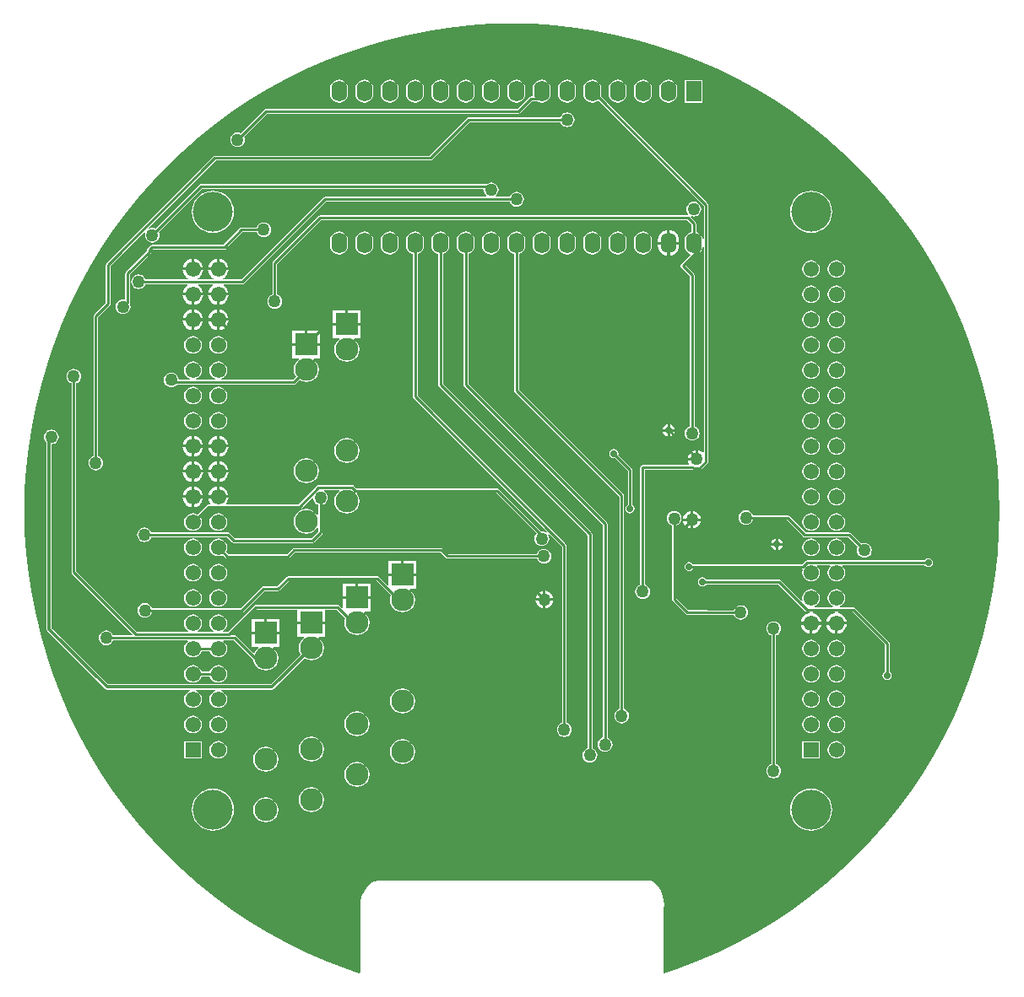
<source format=gbl>
G04 Layer_Physical_Order=2*
G04 Layer_Color=11436288*
%FSLAX24Y24*%
%MOIN*%
G70*
G01*
G75*
%ADD18C,0.0100*%
%ADD19C,0.0118*%
%ADD27C,0.1575*%
%ADD28C,0.0610*%
%ADD29R,0.0610X0.0610*%
%ADD30C,0.0900*%
%ADD31R,0.0900X0.0900*%
%ADD32O,0.0630X0.0827*%
%ADD33R,0.0630X0.0827*%
%ADD34C,0.0500*%
%ADD35C,0.0276*%
G36*
X24462Y42855D02*
X25300Y42800D01*
X26135Y42709D01*
X26965Y42581D01*
X27789Y42417D01*
X28605Y42218D01*
X29411Y41983D01*
X30206Y41713D01*
X30989Y41408D01*
X31758Y41070D01*
X32511Y40698D01*
X33248Y40294D01*
X33966Y39859D01*
X34664Y39392D01*
X35342Y38895D01*
X35997Y38370D01*
X36628Y37816D01*
X37235Y37235D01*
X37816Y36628D01*
X38370Y35997D01*
X38895Y35342D01*
X39392Y34664D01*
X39859Y33966D01*
X40294Y33248D01*
X40698Y32511D01*
X41070Y31758D01*
X41408Y30989D01*
X41713Y30206D01*
X41983Y29411D01*
X42218Y28605D01*
X42417Y27789D01*
X42581Y26965D01*
X42709Y26135D01*
X42800Y25300D01*
X42855Y24462D01*
X42873Y23629D01*
X42872Y23622D01*
X42873Y23615D01*
X42855Y22782D01*
X42800Y21944D01*
X42709Y21109D01*
X42581Y20279D01*
X42417Y19455D01*
X42218Y18639D01*
X41983Y17833D01*
X41713Y17038D01*
X41408Y16255D01*
X41070Y15486D01*
X40698Y14733D01*
X40294Y13996D01*
X39859Y13278D01*
X39392Y12580D01*
X38895Y11902D01*
X38370Y11247D01*
X37816Y10616D01*
X37235Y10009D01*
X36628Y9428D01*
X35997Y8874D01*
X35342Y8349D01*
X34664Y7852D01*
X33966Y7385D01*
X33248Y6950D01*
X32511Y6546D01*
X31758Y6174D01*
X30989Y5836D01*
X30206Y5531D01*
X29649Y5342D01*
X29608Y5371D01*
Y7970D01*
X29624Y7994D01*
X29632Y8032D01*
X29634D01*
X29618Y8228D01*
X29573Y8418D01*
X29497Y8600D01*
X29395Y8767D01*
X29268Y8916D01*
X29267Y8915D01*
X29198Y8968D01*
X29119Y9001D01*
X29033Y9012D01*
Y9011D01*
X28995Y9004D01*
X28975Y8991D01*
X18309D01*
X18309Y8993D01*
Y8993D01*
X18193Y8978D01*
X18086Y8933D01*
X17993Y8862D01*
X17993Y8862D01*
X17866Y8713D01*
X17763Y8545D01*
X17688Y8364D01*
X17642Y8173D01*
X17627Y7978D01*
X17629D01*
Y5374D01*
X17588Y5345D01*
X17038Y5531D01*
X16255Y5836D01*
X15486Y6174D01*
X14733Y6546D01*
X13996Y6950D01*
X13278Y7385D01*
X12580Y7852D01*
X11902Y8349D01*
X11247Y8874D01*
X10616Y9428D01*
X10009Y10009D01*
X9428Y10616D01*
X8874Y11247D01*
X8349Y11902D01*
X7852Y12580D01*
X7385Y13278D01*
X6950Y13996D01*
X6546Y14733D01*
X6174Y15486D01*
X5836Y16255D01*
X5531Y17038D01*
X5262Y17833D01*
X5026Y18639D01*
X4827Y19455D01*
X4663Y20279D01*
X4535Y21109D01*
X4444Y21944D01*
X4389Y22782D01*
X4370Y23622D01*
X4389Y24462D01*
X4444Y25300D01*
X4535Y26135D01*
X4663Y26965D01*
X4827Y27789D01*
X5026Y28605D01*
X5262Y29411D01*
X5531Y30206D01*
X5836Y30989D01*
X6174Y31758D01*
X6546Y32511D01*
X6950Y33248D01*
X7385Y33966D01*
X7852Y34664D01*
X8349Y35342D01*
X8874Y35997D01*
X9428Y36628D01*
X10009Y37235D01*
X10616Y37816D01*
X11247Y38370D01*
X11902Y38895D01*
X12580Y39392D01*
X13278Y39859D01*
X13996Y40294D01*
X14733Y40698D01*
X15486Y41070D01*
X16255Y41408D01*
X17038Y41713D01*
X17833Y41983D01*
X18639Y42218D01*
X19455Y42417D01*
X20279Y42581D01*
X21109Y42709D01*
X21944Y42800D01*
X22782Y42855D01*
X23622Y42874D01*
X24462Y42855D01*
D02*
G37*
%LPC*%
G36*
X34317Y22243D02*
X34135D01*
Y22061D01*
X34177Y22069D01*
X34256Y22122D01*
X34309Y22201D01*
X34317Y22243D01*
D02*
G37*
G36*
X34035Y22526D02*
X33992Y22517D01*
X33913Y22465D01*
X33861Y22386D01*
X33852Y22343D01*
X34035D01*
Y22526D01*
D02*
G37*
G36*
Y22243D02*
X33852D01*
X33861Y22201D01*
X33913Y22122D01*
X33992Y22069D01*
X34035Y22061D01*
Y22243D01*
D02*
G37*
G36*
X35433Y22521D02*
X35343Y22509D01*
X35259Y22474D01*
X35187Y22419D01*
X35132Y22347D01*
X35097Y22263D01*
X35086Y22173D01*
X35097Y22083D01*
X35132Y21999D01*
X35187Y21928D01*
X35259Y21872D01*
X35343Y21838D01*
X35433Y21826D01*
X35523Y21838D01*
X35607Y21872D01*
X35679Y21928D01*
X35734Y21999D01*
X35769Y22083D01*
X35781Y22173D01*
X35769Y22263D01*
X35734Y22347D01*
X35679Y22419D01*
X35607Y22474D01*
X35523Y22509D01*
X35433Y22521D01*
D02*
G37*
G36*
X36433D02*
X36343Y22509D01*
X36259Y22474D01*
X36187Y22419D01*
X36132Y22347D01*
X36097Y22263D01*
X36086Y22173D01*
X36097Y22083D01*
X36132Y21999D01*
X36187Y21928D01*
X36259Y21872D01*
X36343Y21838D01*
X36433Y21826D01*
X36523Y21838D01*
X36607Y21872D01*
X36679Y21928D01*
X36734Y21999D01*
X36769Y22083D01*
X36781Y22173D01*
X36769Y22263D01*
X36734Y22347D01*
X36679Y22419D01*
X36607Y22474D01*
X36523Y22509D01*
X36433Y22521D01*
D02*
G37*
G36*
X34135Y22526D02*
Y22343D01*
X34317D01*
X34309Y22386D01*
X34256Y22465D01*
X34177Y22517D01*
X34135Y22526D01*
D02*
G37*
G36*
X36433Y23521D02*
X36343Y23509D01*
X36259Y23474D01*
X36187Y23419D01*
X36132Y23347D01*
X36097Y23263D01*
X36086Y23173D01*
X36097Y23083D01*
X36132Y22999D01*
X36187Y22928D01*
X36259Y22872D01*
X36343Y22838D01*
X36433Y22826D01*
X36523Y22838D01*
X36607Y22872D01*
X36679Y22928D01*
X36734Y22999D01*
X36769Y23083D01*
X36781Y23173D01*
X36769Y23263D01*
X36734Y23347D01*
X36679Y23419D01*
X36607Y23474D01*
X36523Y23509D01*
X36433Y23521D01*
D02*
G37*
G36*
X30678Y23218D02*
X30382D01*
X30387Y23176D01*
X30423Y23091D01*
X30479Y23018D01*
X30552Y22962D01*
X30637Y22927D01*
X30678Y22921D01*
Y23218D01*
D02*
G37*
G36*
X35433Y23521D02*
X35343Y23509D01*
X35259Y23474D01*
X35187Y23419D01*
X35132Y23347D01*
X35097Y23263D01*
X35086Y23173D01*
X35097Y23083D01*
X35132Y22999D01*
X35187Y22928D01*
X35259Y22872D01*
X35343Y22838D01*
X35433Y22826D01*
X35523Y22838D01*
X35607Y22872D01*
X35679Y22928D01*
X35734Y22999D01*
X35769Y23083D01*
X35781Y23173D01*
X35769Y23263D01*
X35734Y23347D01*
X35679Y23419D01*
X35607Y23474D01*
X35523Y23509D01*
X35433Y23521D01*
D02*
G37*
G36*
X19800Y34656D02*
X19707Y34644D01*
X19621Y34608D01*
X19547Y34551D01*
X19490Y34477D01*
X19455Y34391D01*
X19443Y34298D01*
Y34102D01*
X19455Y34009D01*
X19490Y33923D01*
X19547Y33849D01*
X19621Y33792D01*
X19707Y33756D01*
X19709Y33756D01*
Y28123D01*
X19716Y28088D01*
X19736Y28059D01*
X24991Y22803D01*
X24958Y22765D01*
X24949Y22772D01*
X24879Y22802D01*
X24803Y22812D01*
X24772Y22807D01*
X23096Y24484D01*
X23066Y24503D01*
X23031Y24510D01*
X17481D01*
X17388Y24604D01*
X17358Y24624D01*
X17323Y24630D01*
X15989D01*
X15954Y24624D01*
X15924Y24604D01*
X15190Y23870D01*
X12364D01*
X12340Y23920D01*
X12377Y23969D01*
X12418Y24067D01*
X12426Y24123D01*
X11622D01*
X11629Y24067D01*
X11670Y23969D01*
X11707Y23920D01*
X11683Y23870D01*
X11629D01*
X11594Y23863D01*
X11565Y23843D01*
X11196Y23475D01*
X11114Y23509D01*
X11024Y23521D01*
X10934Y23509D01*
X10850Y23474D01*
X10778Y23419D01*
X10723Y23347D01*
X10688Y23263D01*
X10676Y23173D01*
X10688Y23083D01*
X10723Y22999D01*
X10778Y22928D01*
X10850Y22872D01*
X10934Y22838D01*
X11024Y22826D01*
X11114Y22838D01*
X11197Y22872D01*
X11269Y22928D01*
X11325Y22999D01*
X11359Y23083D01*
X11371Y23173D01*
X11359Y23263D01*
X11325Y23346D01*
X11667Y23688D01*
X15228D01*
X15263Y23695D01*
X15292Y23714D01*
X15727Y24149D01*
X15772Y24124D01*
X15781Y24058D01*
X15810Y23988D01*
X15857Y23927D01*
X15917Y23881D01*
X15972Y23858D01*
Y23460D01*
X15922Y23454D01*
X15849Y23549D01*
X15747Y23627D01*
X15628Y23677D01*
X15500Y23694D01*
X15372Y23677D01*
X15253Y23627D01*
X15151Y23549D01*
X15073Y23447D01*
X15023Y23328D01*
X15006Y23200D01*
X15023Y23072D01*
X15073Y22953D01*
X15151Y22851D01*
X15253Y22773D01*
X15372Y22723D01*
X15500Y22706D01*
X15628Y22723D01*
X15747Y22773D01*
X15849Y22851D01*
X15922Y22946D01*
X15972Y22940D01*
Y22801D01*
X15702Y22531D01*
X12668D01*
X12464Y22734D01*
X12435Y22754D01*
X12400Y22761D01*
X9386D01*
X9364Y22816D01*
X9317Y22876D01*
X9257Y22923D01*
X9186Y22952D01*
X9111Y22962D01*
X9035Y22952D01*
X8965Y22923D01*
X8904Y22876D01*
X8858Y22816D01*
X8829Y22746D01*
X8819Y22670D01*
X8829Y22594D01*
X8858Y22524D01*
X8904Y22464D01*
X8965Y22417D01*
X9035Y22388D01*
X9111Y22378D01*
X9186Y22388D01*
X9257Y22417D01*
X9317Y22464D01*
X9364Y22524D01*
X9386Y22579D01*
X12362D01*
X12566Y22376D01*
X12595Y22356D01*
X12630Y22349D01*
X15740D01*
X15775Y22356D01*
X15804Y22376D01*
X16127Y22699D01*
X16147Y22728D01*
X16154Y22763D01*
Y23858D01*
X16209Y23881D01*
X16269Y23927D01*
X16316Y23988D01*
X16345Y24058D01*
X16355Y24134D01*
X16345Y24209D01*
X16316Y24280D01*
X16269Y24340D01*
X16209Y24387D01*
X16181Y24398D01*
X16191Y24448D01*
X16798D01*
X16815Y24398D01*
X16751Y24349D01*
X16673Y24247D01*
X16623Y24128D01*
X16606Y24000D01*
X16623Y23872D01*
X16673Y23753D01*
X16751Y23651D01*
X16853Y23573D01*
X16972Y23523D01*
X17100Y23506D01*
X17228Y23523D01*
X17347Y23573D01*
X17449Y23651D01*
X17527Y23753D01*
X17577Y23872D01*
X17594Y24000D01*
X17577Y24128D01*
X17527Y24247D01*
X17499Y24283D01*
X17522Y24328D01*
X22994D01*
X24596Y22726D01*
X24550Y22666D01*
X24521Y22595D01*
X24511Y22520D01*
X24521Y22444D01*
X24550Y22374D01*
X24597Y22313D01*
X24657Y22267D01*
X24728Y22238D01*
X24803Y22228D01*
X24879Y22238D01*
X24949Y22267D01*
X25010Y22313D01*
X25056Y22374D01*
X25085Y22444D01*
X25095Y22520D01*
X25085Y22595D01*
X25056Y22666D01*
X25049Y22675D01*
X25087Y22708D01*
X25598Y22197D01*
Y15246D01*
X25543Y15223D01*
X25483Y15177D01*
X25436Y15116D01*
X25407Y15046D01*
X25397Y14970D01*
X25407Y14895D01*
X25436Y14825D01*
X25483Y14764D01*
X25543Y14718D01*
X25613Y14689D01*
X25689Y14679D01*
X25765Y14689D01*
X25835Y14718D01*
X25895Y14764D01*
X25942Y14825D01*
X25971Y14895D01*
X25981Y14970D01*
X25971Y15046D01*
X25942Y15116D01*
X25895Y15177D01*
X25835Y15223D01*
X25780Y15246D01*
Y22234D01*
X25773Y22269D01*
X25753Y22299D01*
X19891Y28161D01*
Y33756D01*
X19892Y33756D01*
X19979Y33792D01*
X20053Y33849D01*
X20110Y33923D01*
X20145Y34009D01*
X20157Y34102D01*
Y34298D01*
X20145Y34391D01*
X20110Y34477D01*
X20053Y34551D01*
X19979Y34608D01*
X19892Y34644D01*
X19800Y34656D01*
D02*
G37*
G36*
X12024Y23521D02*
X11934Y23509D01*
X11850Y23474D01*
X11778Y23419D01*
X11723Y23347D01*
X11688Y23263D01*
X11676Y23173D01*
X11688Y23083D01*
X11723Y22999D01*
X11778Y22928D01*
X11850Y22872D01*
X11934Y22838D01*
X12024Y22826D01*
X12114Y22838D01*
X12197Y22872D01*
X12269Y22928D01*
X12325Y22999D01*
X12359Y23083D01*
X12371Y23173D01*
X12359Y23263D01*
X12325Y23347D01*
X12269Y23419D01*
X12197Y23474D01*
X12114Y23509D01*
X12024Y23521D01*
D02*
G37*
G36*
X11024Y21521D02*
X10934Y21509D01*
X10850Y21474D01*
X10778Y21419D01*
X10723Y21347D01*
X10688Y21263D01*
X10676Y21173D01*
X10688Y21083D01*
X10723Y20999D01*
X10778Y20928D01*
X10850Y20872D01*
X10934Y20838D01*
X11024Y20826D01*
X11114Y20838D01*
X11197Y20872D01*
X11269Y20928D01*
X11325Y20999D01*
X11359Y21083D01*
X11371Y21173D01*
X11359Y21263D01*
X11325Y21347D01*
X11269Y21419D01*
X11197Y21474D01*
X11114Y21509D01*
X11024Y21521D01*
D02*
G37*
G36*
X12024D02*
X11934Y21509D01*
X11850Y21474D01*
X11778Y21419D01*
X11723Y21347D01*
X11688Y21263D01*
X11676Y21173D01*
X11688Y21083D01*
X11723Y20999D01*
X11778Y20928D01*
X11850Y20872D01*
X11934Y20838D01*
X12024Y20826D01*
X12114Y20838D01*
X12197Y20872D01*
X12269Y20928D01*
X12325Y20999D01*
X12359Y21083D01*
X12371Y21173D01*
X12359Y21263D01*
X12325Y21347D01*
X12269Y21419D01*
X12197Y21474D01*
X12114Y21509D01*
X12024Y21521D01*
D02*
G37*
G36*
X19850Y21050D02*
X18750D01*
Y20686D01*
X18704Y20667D01*
X18362Y21009D01*
X18332Y21029D01*
X18297Y21036D01*
X14793D01*
X14758Y21029D01*
X14729Y21009D01*
X14352Y20632D01*
X13809D01*
X13774Y20626D01*
X13745Y20606D01*
X12910Y19771D01*
X9405D01*
X9383Y19826D01*
X9336Y19886D01*
X9276Y19933D01*
X9206Y19962D01*
X9130Y19972D01*
X9054Y19962D01*
X8984Y19933D01*
X8924Y19886D01*
X8877Y19826D01*
X8848Y19756D01*
X8838Y19680D01*
X8848Y19604D01*
X8877Y19534D01*
X8924Y19474D01*
X8984Y19427D01*
X9054Y19398D01*
X9130Y19388D01*
X9206Y19398D01*
X9276Y19427D01*
X9336Y19474D01*
X9383Y19534D01*
X9405Y19589D01*
X12948D01*
X12983Y19596D01*
X13012Y19616D01*
X13847Y20450D01*
X14390D01*
X14425Y20457D01*
X14454Y20477D01*
X14831Y20854D01*
X18260D01*
X18841Y20272D01*
X18823Y20228D01*
X18806Y20100D01*
X18823Y19972D01*
X18873Y19853D01*
X18951Y19751D01*
X19053Y19673D01*
X19172Y19623D01*
X19300Y19606D01*
X19428Y19623D01*
X19547Y19673D01*
X19649Y19751D01*
X19727Y19853D01*
X19777Y19972D01*
X19794Y20100D01*
X19777Y20228D01*
X19727Y20347D01*
X19649Y20449D01*
X19583Y20500D01*
X19600Y20550D01*
X19850D01*
Y21050D01*
D02*
G37*
G36*
X17450Y20750D02*
X16950D01*
Y20250D01*
X17450D01*
Y20750D01*
D02*
G37*
G36*
X18050D02*
X17550D01*
Y20250D01*
X18050D01*
Y20750D01*
D02*
G37*
G36*
X19250Y21650D02*
X18750D01*
Y21150D01*
X19250D01*
Y21650D01*
D02*
G37*
G36*
X32864Y23638D02*
X32789Y23628D01*
X32718Y23599D01*
X32658Y23553D01*
X32611Y23492D01*
X32582Y23422D01*
X32572Y23346D01*
X32582Y23271D01*
X32611Y23201D01*
X32658Y23140D01*
X32718Y23094D01*
X32789Y23065D01*
X32864Y23055D01*
X32940Y23065D01*
X33010Y23094D01*
X33071Y23140D01*
X33117Y23201D01*
X33140Y23255D01*
X34470D01*
X35123Y22603D01*
X35152Y22583D01*
X35187Y22576D01*
X36891D01*
X37280Y22187D01*
X37257Y22133D01*
X37248Y22057D01*
X37257Y21982D01*
X37287Y21911D01*
X37333Y21851D01*
X37393Y21804D01*
X37464Y21775D01*
X37539Y21765D01*
X37615Y21775D01*
X37685Y21804D01*
X37746Y21851D01*
X37792Y21911D01*
X37821Y21982D01*
X37831Y22057D01*
X37821Y22133D01*
X37792Y22203D01*
X37746Y22263D01*
X37685Y22310D01*
X37615Y22339D01*
X37539Y22349D01*
X37464Y22339D01*
X37409Y22316D01*
X36994Y22732D01*
X36964Y22752D01*
X36929Y22758D01*
X35225D01*
X34572Y23411D01*
X34543Y23431D01*
X34508Y23438D01*
X33140D01*
X33117Y23492D01*
X33071Y23553D01*
X33010Y23599D01*
X32940Y23628D01*
X32864Y23638D01*
D02*
G37*
G36*
X11024Y22521D02*
X10934Y22509D01*
X10850Y22474D01*
X10778Y22419D01*
X10723Y22347D01*
X10688Y22263D01*
X10676Y22173D01*
X10688Y22083D01*
X10723Y21999D01*
X10778Y21928D01*
X10850Y21872D01*
X10934Y21838D01*
X11024Y21826D01*
X11114Y21838D01*
X11197Y21872D01*
X11269Y21928D01*
X11325Y21999D01*
X11359Y22083D01*
X11371Y22173D01*
X11359Y22263D01*
X11325Y22347D01*
X11269Y22419D01*
X11197Y22474D01*
X11114Y22509D01*
X11024Y22521D01*
D02*
G37*
G36*
X12024D02*
X11934Y22509D01*
X11850Y22474D01*
X11778Y22419D01*
X11723Y22347D01*
X11688Y22263D01*
X11676Y22173D01*
X11688Y22083D01*
X11723Y21999D01*
X11778Y21928D01*
X11850Y21872D01*
X11934Y21838D01*
X12024Y21826D01*
X12114Y21838D01*
X12196Y21872D01*
X12314Y21754D01*
X12344Y21734D01*
X12379Y21727D01*
X14771D01*
X14805Y21734D01*
X14835Y21754D01*
X15045Y21964D01*
X20788D01*
X20995Y21756D01*
X21025Y21737D01*
X21060Y21730D01*
X24606D01*
X24629Y21675D01*
X24676Y21614D01*
X24736Y21568D01*
X24806Y21539D01*
X24882Y21529D01*
X24957Y21539D01*
X25028Y21568D01*
X25088Y21614D01*
X25135Y21675D01*
X25164Y21745D01*
X25174Y21821D01*
X25164Y21896D01*
X25135Y21967D01*
X25088Y22027D01*
X25028Y22074D01*
X24957Y22103D01*
X24882Y22113D01*
X24806Y22103D01*
X24736Y22074D01*
X24676Y22027D01*
X24629Y21967D01*
X24606Y21912D01*
X21098D01*
X20890Y22120D01*
X20860Y22139D01*
X20825Y22146D01*
X15008D01*
X14973Y22139D01*
X14943Y22120D01*
X14733Y21909D01*
X12416D01*
X12325Y22001D01*
X12359Y22083D01*
X12371Y22173D01*
X12359Y22263D01*
X12325Y22347D01*
X12269Y22419D01*
X12197Y22474D01*
X12114Y22509D01*
X12024Y22521D01*
D02*
G37*
G36*
X19850Y21650D02*
X19350D01*
Y21150D01*
X19850D01*
Y21650D01*
D02*
G37*
G36*
X40062Y21748D02*
X39993Y21735D01*
X39934Y21695D01*
X39910Y21659D01*
X35270D01*
X35235Y21652D01*
X35205Y21632D01*
X35082Y21508D01*
X30772D01*
X30748Y21545D01*
X30689Y21584D01*
X30620Y21598D01*
X30551Y21584D01*
X30492Y21545D01*
X30453Y21486D01*
X30439Y21417D01*
X30453Y21348D01*
X30492Y21290D01*
X30551Y21250D01*
X30620Y21237D01*
X30689Y21250D01*
X30748Y21290D01*
X30772Y21326D01*
X35069D01*
X35103Y21276D01*
X35097Y21263D01*
X35086Y21173D01*
X35097Y21083D01*
X35132Y20999D01*
X35187Y20928D01*
X35259Y20872D01*
X35343Y20838D01*
X35433Y20826D01*
X35523Y20838D01*
X35607Y20872D01*
X35679Y20928D01*
X35734Y20999D01*
X35769Y21083D01*
X35781Y21173D01*
X35769Y21263D01*
X35734Y21347D01*
X35679Y21419D01*
X35669Y21427D01*
X35686Y21477D01*
X36180D01*
X36197Y21427D01*
X36187Y21419D01*
X36132Y21347D01*
X36097Y21263D01*
X36086Y21173D01*
X36097Y21083D01*
X36132Y20999D01*
X36187Y20928D01*
X36259Y20872D01*
X36343Y20838D01*
X36433Y20826D01*
X36523Y20838D01*
X36607Y20872D01*
X36679Y20928D01*
X36734Y20999D01*
X36769Y21083D01*
X36781Y21173D01*
X36769Y21263D01*
X36734Y21347D01*
X36679Y21419D01*
X36669Y21427D01*
X36686Y21477D01*
X39910D01*
X39934Y21440D01*
X39993Y21401D01*
X40062Y21387D01*
X40131Y21401D01*
X40190Y21440D01*
X40229Y21499D01*
X40242Y21568D01*
X40229Y21637D01*
X40190Y21695D01*
X40131Y21735D01*
X40062Y21748D01*
D02*
G37*
G36*
X11426Y25123D02*
X11074D01*
Y24771D01*
X11129Y24779D01*
X11228Y24819D01*
X11313Y24884D01*
X11377Y24969D01*
X11418Y25067D01*
X11426Y25123D01*
D02*
G37*
G36*
X11974D02*
X11622D01*
X11629Y25067D01*
X11670Y24969D01*
X11735Y24884D01*
X11819Y24819D01*
X11918Y24779D01*
X11974Y24771D01*
Y25123D01*
D02*
G37*
G36*
X10974D02*
X10622D01*
X10629Y25067D01*
X10670Y24969D01*
X10735Y24884D01*
X10819Y24819D01*
X10918Y24779D01*
X10974Y24771D01*
Y25123D01*
D02*
G37*
G36*
X12074Y24575D02*
Y24223D01*
X12426D01*
X12418Y24279D01*
X12377Y24378D01*
X12313Y24462D01*
X12228Y24527D01*
X12129Y24568D01*
X12074Y24575D01*
D02*
G37*
G36*
X15500Y25694D02*
X15372Y25677D01*
X15253Y25627D01*
X15151Y25549D01*
X15073Y25447D01*
X15023Y25328D01*
X15006Y25200D01*
X15023Y25072D01*
X15073Y24953D01*
X15151Y24851D01*
X15253Y24773D01*
X15372Y24723D01*
X15500Y24706D01*
X15628Y24723D01*
X15747Y24773D01*
X15849Y24851D01*
X15927Y24953D01*
X15977Y25072D01*
X15994Y25200D01*
X15977Y25328D01*
X15927Y25447D01*
X15849Y25549D01*
X15747Y25627D01*
X15628Y25677D01*
X15500Y25694D01*
D02*
G37*
G36*
X12426Y25123D02*
X12074D01*
Y24771D01*
X12129Y24779D01*
X12228Y24819D01*
X12313Y24884D01*
X12377Y24969D01*
X12418Y25067D01*
X12426Y25123D01*
D02*
G37*
G36*
X11074Y25575D02*
Y25223D01*
X11426D01*
X11418Y25279D01*
X11377Y25378D01*
X11313Y25462D01*
X11228Y25527D01*
X11129Y25568D01*
X11074Y25575D01*
D02*
G37*
G36*
X11974D02*
X11918Y25568D01*
X11819Y25527D01*
X11735Y25462D01*
X11670Y25378D01*
X11629Y25279D01*
X11622Y25223D01*
X11974D01*
Y25575D01*
D02*
G37*
G36*
X10974D02*
X10918Y25568D01*
X10819Y25527D01*
X10735Y25462D01*
X10670Y25378D01*
X10629Y25279D01*
X10622Y25223D01*
X10974D01*
Y25575D01*
D02*
G37*
G36*
X35433Y25521D02*
X35343Y25509D01*
X35259Y25474D01*
X35187Y25419D01*
X35132Y25347D01*
X35097Y25263D01*
X35086Y25173D01*
X35097Y25083D01*
X35132Y24999D01*
X35187Y24928D01*
X35259Y24872D01*
X35343Y24838D01*
X35433Y24826D01*
X35523Y24838D01*
X35607Y24872D01*
X35679Y24928D01*
X35734Y24999D01*
X35769Y25083D01*
X35781Y25173D01*
X35769Y25263D01*
X35734Y25347D01*
X35679Y25419D01*
X35607Y25474D01*
X35523Y25509D01*
X35433Y25521D01*
D02*
G37*
G36*
X36433D02*
X36343Y25509D01*
X36259Y25474D01*
X36187Y25419D01*
X36132Y25347D01*
X36097Y25263D01*
X36086Y25173D01*
X36097Y25083D01*
X36132Y24999D01*
X36187Y24928D01*
X36259Y24872D01*
X36343Y24838D01*
X36433Y24826D01*
X36523Y24838D01*
X36607Y24872D01*
X36679Y24928D01*
X36734Y24999D01*
X36769Y25083D01*
X36781Y25173D01*
X36769Y25263D01*
X36734Y25347D01*
X36679Y25419D01*
X36607Y25474D01*
X36523Y25509D01*
X36433Y25521D01*
D02*
G37*
G36*
X27648Y26066D02*
X27579Y26053D01*
X27520Y26014D01*
X27481Y25955D01*
X27467Y25886D01*
X27481Y25817D01*
X27520Y25758D01*
X27579Y25719D01*
X27648Y25705D01*
X27691Y25714D01*
X28196Y25208D01*
Y23853D01*
X28160Y23829D01*
X28121Y23770D01*
X28107Y23701D01*
X28121Y23632D01*
X28160Y23573D01*
X28218Y23534D01*
X28287Y23520D01*
X28357Y23534D01*
X28415Y23573D01*
X28454Y23632D01*
X28468Y23701D01*
X28454Y23770D01*
X28415Y23829D01*
X28379Y23853D01*
Y25246D01*
X28372Y25281D01*
X28352Y25310D01*
X27820Y25843D01*
X27828Y25886D01*
X27815Y25955D01*
X27775Y26014D01*
X27717Y26053D01*
X27648Y26066D01*
D02*
G37*
G36*
X10974Y24123D02*
X10622D01*
X10629Y24067D01*
X10670Y23969D01*
X10735Y23884D01*
X10819Y23819D01*
X10918Y23779D01*
X10974Y23771D01*
Y24123D01*
D02*
G37*
G36*
X30778Y23614D02*
Y23318D01*
X31075D01*
X31069Y23359D01*
X31034Y23444D01*
X30978Y23517D01*
X30905Y23573D01*
X30820Y23609D01*
X30778Y23614D01*
D02*
G37*
G36*
X31075Y23218D02*
X30778D01*
Y22921D01*
X30820Y22927D01*
X30905Y22962D01*
X30978Y23018D01*
X31034Y23091D01*
X31069Y23176D01*
X31075Y23218D01*
D02*
G37*
G36*
X30678Y23614D02*
X30637Y23609D01*
X30552Y23573D01*
X30479Y23517D01*
X30423Y23444D01*
X30387Y23359D01*
X30382Y23318D01*
X30678D01*
Y23614D01*
D02*
G37*
G36*
X11426Y24123D02*
X11074D01*
Y23771D01*
X11129Y23779D01*
X11228Y23819D01*
X11313Y23884D01*
X11377Y23969D01*
X11418Y24067D01*
X11426Y24123D01*
D02*
G37*
G36*
X11074Y24575D02*
Y24223D01*
X11426D01*
X11418Y24279D01*
X11377Y24378D01*
X11313Y24462D01*
X11228Y24527D01*
X11129Y24568D01*
X11074Y24575D01*
D02*
G37*
G36*
X11974D02*
X11918Y24568D01*
X11819Y24527D01*
X11735Y24462D01*
X11670Y24378D01*
X11629Y24279D01*
X11622Y24223D01*
X11974D01*
Y24575D01*
D02*
G37*
G36*
X10974D02*
X10918Y24568D01*
X10819Y24527D01*
X10735Y24462D01*
X10670Y24378D01*
X10629Y24279D01*
X10622Y24223D01*
X10974D01*
Y24575D01*
D02*
G37*
G36*
X35433Y24521D02*
X35343Y24509D01*
X35259Y24474D01*
X35187Y24419D01*
X35132Y24347D01*
X35097Y24263D01*
X35086Y24173D01*
X35097Y24083D01*
X35132Y23999D01*
X35187Y23928D01*
X35259Y23872D01*
X35343Y23838D01*
X35433Y23826D01*
X35523Y23838D01*
X35607Y23872D01*
X35679Y23928D01*
X35734Y23999D01*
X35769Y24083D01*
X35781Y24173D01*
X35769Y24263D01*
X35734Y24347D01*
X35679Y24419D01*
X35607Y24474D01*
X35523Y24509D01*
X35433Y24521D01*
D02*
G37*
G36*
X36433D02*
X36343Y24509D01*
X36259Y24474D01*
X36187Y24419D01*
X36132Y24347D01*
X36097Y24263D01*
X36086Y24173D01*
X36097Y24083D01*
X36132Y23999D01*
X36187Y23928D01*
X36259Y23872D01*
X36343Y23838D01*
X36433Y23826D01*
X36523Y23838D01*
X36607Y23872D01*
X36679Y23928D01*
X36734Y23999D01*
X36769Y24083D01*
X36781Y24173D01*
X36769Y24263D01*
X36734Y24347D01*
X36679Y24419D01*
X36607Y24474D01*
X36523Y24509D01*
X36433Y24521D01*
D02*
G37*
G36*
X24952Y20455D02*
Y20158D01*
X25248D01*
X25243Y20200D01*
X25207Y20285D01*
X25151Y20358D01*
X25078Y20414D01*
X24993Y20449D01*
X24952Y20455D01*
D02*
G37*
G36*
X21800Y34656D02*
X21707Y34644D01*
X21621Y34608D01*
X21547Y34551D01*
X21490Y34477D01*
X21455Y34391D01*
X21443Y34298D01*
Y34102D01*
X21455Y34009D01*
X21490Y33923D01*
X21547Y33849D01*
X21621Y33792D01*
X21707Y33756D01*
X21709Y33756D01*
Y28613D01*
X21716Y28579D01*
X21736Y28549D01*
X27212Y23072D01*
Y14655D01*
X27157Y14633D01*
X27097Y14586D01*
X27050Y14526D01*
X27021Y14455D01*
X27011Y14380D01*
X27021Y14304D01*
X27050Y14234D01*
X27097Y14174D01*
X27157Y14127D01*
X27228Y14098D01*
X27303Y14088D01*
X27379Y14098D01*
X27449Y14127D01*
X27510Y14174D01*
X27556Y14234D01*
X27585Y14304D01*
X27595Y14380D01*
X27585Y14455D01*
X27556Y14526D01*
X27510Y14586D01*
X27449Y14633D01*
X27394Y14655D01*
Y23110D01*
X27387Y23145D01*
X27381Y23155D01*
X27368Y23175D01*
X21891Y28651D01*
Y33756D01*
X21892Y33756D01*
X21979Y33792D01*
X22053Y33849D01*
X22110Y33923D01*
X22145Y34009D01*
X22157Y34102D01*
Y34298D01*
X22145Y34391D01*
X22110Y34477D01*
X22053Y34551D01*
X21979Y34608D01*
X21892Y34644D01*
X21800Y34656D01*
D02*
G37*
G36*
X17500Y15694D02*
X17372Y15677D01*
X17253Y15627D01*
X17151Y15549D01*
X17073Y15447D01*
X17023Y15328D01*
X17006Y15200D01*
X17023Y15072D01*
X17073Y14953D01*
X17151Y14851D01*
X17253Y14773D01*
X17372Y14723D01*
X17500Y14706D01*
X17628Y14723D01*
X17747Y14773D01*
X17849Y14851D01*
X17927Y14953D01*
X17977Y15072D01*
X17994Y15200D01*
X17977Y15328D01*
X17927Y15447D01*
X17849Y15549D01*
X17747Y15627D01*
X17628Y15677D01*
X17500Y15694D01*
D02*
G37*
G36*
X35778Y14518D02*
X35089D01*
Y13829D01*
X35778D01*
Y14518D01*
D02*
G37*
G36*
X36433Y14521D02*
X36343Y14509D01*
X36259Y14474D01*
X36187Y14419D01*
X36132Y14347D01*
X36097Y14263D01*
X36086Y14173D01*
X36097Y14083D01*
X36132Y13999D01*
X36187Y13928D01*
X36259Y13872D01*
X36343Y13838D01*
X36433Y13826D01*
X36523Y13838D01*
X36607Y13872D01*
X36679Y13928D01*
X36734Y13999D01*
X36769Y14083D01*
X36781Y14173D01*
X36769Y14263D01*
X36734Y14347D01*
X36679Y14419D01*
X36607Y14474D01*
X36523Y14509D01*
X36433Y14521D01*
D02*
G37*
G36*
X11368Y14518D02*
X10679D01*
Y13829D01*
X11368D01*
Y14518D01*
D02*
G37*
G36*
X11024Y15521D02*
X10934Y15509D01*
X10850Y15474D01*
X10778Y15419D01*
X10723Y15347D01*
X10688Y15263D01*
X10676Y15173D01*
X10688Y15083D01*
X10723Y14999D01*
X10778Y14928D01*
X10850Y14872D01*
X10934Y14838D01*
X11024Y14826D01*
X11114Y14838D01*
X11197Y14872D01*
X11269Y14928D01*
X11325Y14999D01*
X11359Y15083D01*
X11371Y15173D01*
X11359Y15263D01*
X11325Y15347D01*
X11269Y15419D01*
X11197Y15474D01*
X11114Y15509D01*
X11024Y15521D01*
D02*
G37*
G36*
X23800Y34656D02*
X23707Y34644D01*
X23621Y34608D01*
X23547Y34551D01*
X23490Y34477D01*
X23455Y34391D01*
X23443Y34298D01*
Y34102D01*
X23455Y34009D01*
X23490Y33923D01*
X23547Y33849D01*
X23621Y33792D01*
X23707Y33756D01*
X23709Y33756D01*
Y28375D01*
X23716Y28340D01*
X23736Y28311D01*
X27862Y24185D01*
Y15787D01*
X27807Y15765D01*
X27746Y15718D01*
X27700Y15658D01*
X27671Y15587D01*
X27661Y15512D01*
X27671Y15436D01*
X27700Y15366D01*
X27746Y15305D01*
X27807Y15259D01*
X27877Y15230D01*
X27953Y15220D01*
X28028Y15230D01*
X28099Y15259D01*
X28159Y15305D01*
X28206Y15366D01*
X28235Y15436D01*
X28245Y15512D01*
X28235Y15587D01*
X28206Y15658D01*
X28159Y15718D01*
X28099Y15765D01*
X28044Y15787D01*
Y24222D01*
X28037Y24257D01*
X28017Y24287D01*
X23891Y28413D01*
Y33756D01*
X23893Y33756D01*
X23979Y33792D01*
X24053Y33849D01*
X24110Y33923D01*
X24145Y34009D01*
X24157Y34102D01*
Y34298D01*
X24145Y34391D01*
X24110Y34477D01*
X24053Y34551D01*
X23979Y34608D01*
X23893Y34644D01*
X23800Y34656D01*
D02*
G37*
G36*
X19300Y16594D02*
X19172Y16577D01*
X19053Y16527D01*
X18951Y16449D01*
X18873Y16347D01*
X18823Y16228D01*
X18806Y16100D01*
X18823Y15972D01*
X18873Y15853D01*
X18951Y15751D01*
X19053Y15673D01*
X19172Y15623D01*
X19300Y15606D01*
X19428Y15623D01*
X19547Y15673D01*
X19649Y15751D01*
X19727Y15853D01*
X19777Y15972D01*
X19794Y16100D01*
X19777Y16228D01*
X19727Y16347D01*
X19649Y16449D01*
X19547Y16527D01*
X19428Y16577D01*
X19300Y16594D01*
D02*
G37*
G36*
X36433Y15521D02*
X36343Y15509D01*
X36259Y15474D01*
X36187Y15419D01*
X36132Y15347D01*
X36097Y15263D01*
X36086Y15173D01*
X36097Y15083D01*
X36132Y14999D01*
X36187Y14928D01*
X36259Y14872D01*
X36343Y14838D01*
X36433Y14826D01*
X36523Y14838D01*
X36607Y14872D01*
X36679Y14928D01*
X36734Y14999D01*
X36769Y15083D01*
X36781Y15173D01*
X36769Y15263D01*
X36734Y15347D01*
X36679Y15419D01*
X36607Y15474D01*
X36523Y15509D01*
X36433Y15521D01*
D02*
G37*
G36*
X12024D02*
X11934Y15509D01*
X11850Y15474D01*
X11778Y15419D01*
X11723Y15347D01*
X11688Y15263D01*
X11676Y15173D01*
X11688Y15083D01*
X11723Y14999D01*
X11778Y14928D01*
X11850Y14872D01*
X11934Y14838D01*
X12024Y14826D01*
X12114Y14838D01*
X12197Y14872D01*
X12269Y14928D01*
X12325Y14999D01*
X12359Y15083D01*
X12371Y15173D01*
X12359Y15263D01*
X12325Y15347D01*
X12269Y15419D01*
X12197Y15474D01*
X12114Y15509D01*
X12024Y15521D01*
D02*
G37*
G36*
X35433D02*
X35343Y15509D01*
X35259Y15474D01*
X35187Y15419D01*
X35132Y15347D01*
X35097Y15263D01*
X35086Y15173D01*
X35097Y15083D01*
X35132Y14999D01*
X35187Y14928D01*
X35259Y14872D01*
X35343Y14838D01*
X35433Y14826D01*
X35523Y14838D01*
X35607Y14872D01*
X35679Y14928D01*
X35734Y14999D01*
X35769Y15083D01*
X35781Y15173D01*
X35769Y15263D01*
X35734Y15347D01*
X35679Y15419D01*
X35607Y15474D01*
X35523Y15509D01*
X35433Y15521D01*
D02*
G37*
G36*
X15700Y12694D02*
X15572Y12677D01*
X15453Y12627D01*
X15351Y12549D01*
X15273Y12447D01*
X15223Y12328D01*
X15206Y12200D01*
X15223Y12072D01*
X15273Y11953D01*
X15351Y11851D01*
X15453Y11773D01*
X15572Y11723D01*
X15700Y11706D01*
X15828Y11723D01*
X15947Y11773D01*
X16049Y11851D01*
X16127Y11953D01*
X16177Y12072D01*
X16194Y12200D01*
X16177Y12328D01*
X16127Y12447D01*
X16049Y12549D01*
X15947Y12627D01*
X15828Y12677D01*
X15700Y12694D01*
D02*
G37*
G36*
X17500Y13694D02*
X17372Y13677D01*
X17253Y13627D01*
X17151Y13549D01*
X17073Y13447D01*
X17023Y13328D01*
X17006Y13200D01*
X17023Y13072D01*
X17073Y12953D01*
X17151Y12851D01*
X17253Y12773D01*
X17372Y12723D01*
X17500Y12706D01*
X17628Y12723D01*
X17747Y12773D01*
X17849Y12851D01*
X17927Y12953D01*
X17977Y13072D01*
X17994Y13200D01*
X17977Y13328D01*
X17927Y13447D01*
X17849Y13549D01*
X17747Y13627D01*
X17628Y13677D01*
X17500Y13694D01*
D02*
G37*
G36*
X13900Y12294D02*
X13772Y12277D01*
X13653Y12227D01*
X13551Y12149D01*
X13473Y12047D01*
X13423Y11928D01*
X13406Y11800D01*
X13423Y11672D01*
X13473Y11553D01*
X13551Y11451D01*
X13653Y11373D01*
X13772Y11323D01*
X13900Y11306D01*
X14028Y11323D01*
X14147Y11373D01*
X14249Y11451D01*
X14327Y11553D01*
X14377Y11672D01*
X14394Y11800D01*
X14377Y11928D01*
X14327Y12047D01*
X14249Y12149D01*
X14147Y12227D01*
X14028Y12277D01*
X13900Y12294D01*
D02*
G37*
G36*
X11811Y12642D02*
X11649Y12626D01*
X11493Y12579D01*
X11349Y12502D01*
X11224Y12398D01*
X11120Y12273D01*
X11043Y12129D01*
X10996Y11973D01*
X10980Y11811D01*
X10996Y11649D01*
X11043Y11493D01*
X11120Y11349D01*
X11224Y11224D01*
X11349Y11120D01*
X11493Y11043D01*
X11649Y10996D01*
X11811Y10980D01*
X11973Y10996D01*
X12129Y11043D01*
X12273Y11120D01*
X12398Y11224D01*
X12502Y11349D01*
X12579Y11493D01*
X12626Y11649D01*
X12642Y11811D01*
X12626Y11973D01*
X12579Y12129D01*
X12502Y12273D01*
X12398Y12398D01*
X12273Y12502D01*
X12129Y12579D01*
X11973Y12626D01*
X11811Y12642D01*
D02*
G37*
G36*
X35433D02*
X35271Y12626D01*
X35115Y12579D01*
X34972Y12502D01*
X34846Y12398D01*
X34742Y12273D01*
X34666Y12129D01*
X34618Y11973D01*
X34602Y11811D01*
X34618Y11649D01*
X34666Y11493D01*
X34742Y11349D01*
X34846Y11224D01*
X34972Y11120D01*
X35115Y11043D01*
X35271Y10996D01*
X35433Y10980D01*
X35595Y10996D01*
X35751Y11043D01*
X35895Y11120D01*
X36021Y11224D01*
X36124Y11349D01*
X36201Y11493D01*
X36248Y11649D01*
X36264Y11811D01*
X36248Y11973D01*
X36201Y12129D01*
X36124Y12273D01*
X36021Y12398D01*
X35895Y12502D01*
X35751Y12579D01*
X35595Y12626D01*
X35433Y12642D01*
D02*
G37*
G36*
X33957Y19258D02*
X33881Y19248D01*
X33811Y19219D01*
X33750Y19173D01*
X33704Y19112D01*
X33675Y19042D01*
X33665Y18967D01*
X33675Y18891D01*
X33704Y18821D01*
X33750Y18760D01*
X33811Y18714D01*
X33866Y18691D01*
Y13612D01*
X33811Y13589D01*
X33750Y13543D01*
X33704Y13483D01*
X33675Y13412D01*
X33665Y13337D01*
X33675Y13261D01*
X33704Y13191D01*
X33750Y13130D01*
X33811Y13084D01*
X33881Y13055D01*
X33957Y13045D01*
X34032Y13055D01*
X34103Y13084D01*
X34163Y13130D01*
X34209Y13191D01*
X34239Y13261D01*
X34249Y13337D01*
X34239Y13412D01*
X34209Y13483D01*
X34163Y13543D01*
X34103Y13589D01*
X34048Y13612D01*
Y18691D01*
X34103Y18714D01*
X34163Y18760D01*
X34209Y18821D01*
X34239Y18891D01*
X34249Y18967D01*
X34239Y19042D01*
X34209Y19112D01*
X34163Y19173D01*
X34103Y19219D01*
X34032Y19248D01*
X33957Y19258D01*
D02*
G37*
G36*
X15700Y14694D02*
X15572Y14677D01*
X15453Y14627D01*
X15351Y14549D01*
X15273Y14447D01*
X15223Y14328D01*
X15206Y14200D01*
X15223Y14072D01*
X15273Y13953D01*
X15351Y13851D01*
X15453Y13773D01*
X15572Y13723D01*
X15700Y13706D01*
X15828Y13723D01*
X15947Y13773D01*
X16049Y13851D01*
X16127Y13953D01*
X16177Y14072D01*
X16194Y14200D01*
X16177Y14328D01*
X16127Y14447D01*
X16049Y14549D01*
X15947Y14627D01*
X15828Y14677D01*
X15700Y14694D01*
D02*
G37*
G36*
X12024Y14521D02*
X11934Y14509D01*
X11850Y14474D01*
X11778Y14419D01*
X11723Y14347D01*
X11688Y14263D01*
X11676Y14173D01*
X11688Y14083D01*
X11723Y13999D01*
X11778Y13928D01*
X11850Y13872D01*
X11934Y13838D01*
X12024Y13826D01*
X12114Y13838D01*
X12197Y13872D01*
X12269Y13928D01*
X12325Y13999D01*
X12359Y14083D01*
X12371Y14173D01*
X12359Y14263D01*
X12325Y14347D01*
X12269Y14419D01*
X12197Y14474D01*
X12114Y14509D01*
X12024Y14521D01*
D02*
G37*
G36*
X20800Y34656D02*
X20707Y34644D01*
X20621Y34608D01*
X20547Y34551D01*
X20490Y34477D01*
X20455Y34391D01*
X20443Y34298D01*
Y34102D01*
X20455Y34009D01*
X20490Y33923D01*
X20547Y33849D01*
X20621Y33792D01*
X20707Y33756D01*
X20709Y33756D01*
Y28590D01*
X20716Y28555D01*
X20736Y28525D01*
X26612Y22649D01*
Y14232D01*
X26557Y14209D01*
X26496Y14163D01*
X26450Y14103D01*
X26421Y14032D01*
X26411Y13957D01*
X26421Y13881D01*
X26450Y13811D01*
X26496Y13750D01*
X26557Y13704D01*
X26627Y13675D01*
X26703Y13665D01*
X26778Y13675D01*
X26849Y13704D01*
X26909Y13750D01*
X26956Y13811D01*
X26985Y13881D01*
X26995Y13957D01*
X26985Y14032D01*
X26956Y14103D01*
X26909Y14163D01*
X26849Y14209D01*
X26794Y14232D01*
Y22687D01*
X26787Y22722D01*
X26767Y22751D01*
X20891Y28628D01*
Y33756D01*
X20893Y33756D01*
X20979Y33792D01*
X21053Y33849D01*
X21110Y33923D01*
X21145Y34009D01*
X21157Y34102D01*
Y34298D01*
X21145Y34391D01*
X21110Y34477D01*
X21053Y34551D01*
X20979Y34608D01*
X20893Y34644D01*
X20800Y34656D01*
D02*
G37*
G36*
X13900Y14294D02*
X13772Y14277D01*
X13653Y14227D01*
X13551Y14149D01*
X13473Y14047D01*
X13423Y13928D01*
X13406Y13800D01*
X13423Y13672D01*
X13473Y13553D01*
X13551Y13451D01*
X13653Y13373D01*
X13772Y13323D01*
X13900Y13306D01*
X14028Y13323D01*
X14147Y13373D01*
X14249Y13451D01*
X14327Y13553D01*
X14377Y13672D01*
X14394Y13800D01*
X14377Y13928D01*
X14327Y14047D01*
X14249Y14149D01*
X14147Y14227D01*
X14028Y14277D01*
X13900Y14294D01*
D02*
G37*
G36*
X19300Y14594D02*
X19172Y14577D01*
X19053Y14527D01*
X18951Y14449D01*
X18873Y14347D01*
X18823Y14228D01*
X18806Y14100D01*
X18823Y13972D01*
X18873Y13853D01*
X18951Y13751D01*
X19053Y13673D01*
X19172Y13623D01*
X19300Y13606D01*
X19428Y13623D01*
X19547Y13673D01*
X19649Y13751D01*
X19727Y13853D01*
X19777Y13972D01*
X19794Y14100D01*
X19777Y14228D01*
X19727Y14347D01*
X19649Y14449D01*
X19547Y14527D01*
X19428Y14577D01*
X19300Y14594D01*
D02*
G37*
G36*
X13850Y19350D02*
X13350D01*
Y18850D01*
X13850D01*
Y19350D01*
D02*
G37*
G36*
X14450D02*
X13950D01*
Y18850D01*
X14450D01*
Y19350D01*
D02*
G37*
G36*
X36835Y19123D02*
X36483D01*
Y18771D01*
X36539Y18779D01*
X36637Y18819D01*
X36722Y18884D01*
X36787Y18969D01*
X36828Y19067D01*
X36835Y19123D01*
D02*
G37*
G36*
X35835D02*
X35483D01*
Y18771D01*
X35539Y18779D01*
X35637Y18819D01*
X35722Y18884D01*
X35787Y18969D01*
X35828Y19067D01*
X35835Y19123D01*
D02*
G37*
G36*
X36383D02*
X36031D01*
X36038Y19067D01*
X36079Y18969D01*
X36144Y18884D01*
X36229Y18819D01*
X36327Y18779D01*
X36383Y18771D01*
Y19123D01*
D02*
G37*
G36*
X30030Y23609D02*
X29954Y23599D01*
X29884Y23570D01*
X29823Y23523D01*
X29777Y23463D01*
X29748Y23392D01*
X29738Y23317D01*
X29748Y23241D01*
X29777Y23171D01*
X29823Y23111D01*
X29884Y23064D01*
X29938Y23041D01*
Y20118D01*
X29945Y20083D01*
X29965Y20054D01*
X30477Y19542D01*
X30506Y19522D01*
X30541Y19515D01*
X32382D01*
X32405Y19460D01*
X32451Y19400D01*
X32512Y19354D01*
X32582Y19324D01*
X32657Y19314D01*
X32733Y19324D01*
X32803Y19354D01*
X32864Y19400D01*
X32910Y19460D01*
X32939Y19531D01*
X32949Y19606D01*
X32939Y19682D01*
X32910Y19752D01*
X32864Y19813D01*
X32803Y19859D01*
X32733Y19888D01*
X32657Y19898D01*
X32582Y19888D01*
X32512Y19859D01*
X32451Y19813D01*
X32405Y19752D01*
X32382Y19697D01*
X30579D01*
X30121Y20156D01*
Y23041D01*
X30175Y23064D01*
X30236Y23111D01*
X30282Y23171D01*
X30311Y23241D01*
X30321Y23317D01*
X30311Y23392D01*
X30282Y23463D01*
X30236Y23523D01*
X30175Y23570D01*
X30105Y23599D01*
X30030Y23609D01*
D02*
G37*
G36*
X12024Y20521D02*
X11934Y20509D01*
X11850Y20474D01*
X11778Y20419D01*
X11723Y20347D01*
X11688Y20263D01*
X11676Y20173D01*
X11688Y20083D01*
X11723Y19999D01*
X11778Y19928D01*
X11850Y19872D01*
X11934Y19838D01*
X12024Y19826D01*
X12114Y19838D01*
X12197Y19872D01*
X12269Y19928D01*
X12325Y19999D01*
X12359Y20083D01*
X12371Y20173D01*
X12359Y20263D01*
X12325Y20347D01*
X12269Y20419D01*
X12197Y20474D01*
X12114Y20509D01*
X12024Y20521D01*
D02*
G37*
G36*
X24852Y20455D02*
X24810Y20449D01*
X24725Y20414D01*
X24652Y20358D01*
X24596Y20285D01*
X24561Y20200D01*
X24555Y20158D01*
X24852D01*
Y20455D01*
D02*
G37*
G36*
X11024Y20521D02*
X10934Y20509D01*
X10850Y20474D01*
X10778Y20419D01*
X10723Y20347D01*
X10688Y20263D01*
X10676Y20173D01*
X10688Y20083D01*
X10723Y19999D01*
X10778Y19928D01*
X10850Y19872D01*
X10934Y19838D01*
X11024Y19826D01*
X11114Y19838D01*
X11197Y19872D01*
X11269Y19928D01*
X11325Y19999D01*
X11359Y20083D01*
X11371Y20173D01*
X11359Y20263D01*
X11325Y20347D01*
X11269Y20419D01*
X11197Y20474D01*
X11114Y20509D01*
X11024Y20521D01*
D02*
G37*
G36*
X24852Y20058D02*
X24555D01*
X24561Y20017D01*
X24596Y19932D01*
X24652Y19859D01*
X24725Y19803D01*
X24810Y19767D01*
X24852Y19762D01*
Y20058D01*
D02*
G37*
G36*
X25248D02*
X24952D01*
Y19762D01*
X24993Y19767D01*
X25078Y19803D01*
X25151Y19859D01*
X25207Y19932D01*
X25243Y20017D01*
X25248Y20058D01*
D02*
G37*
G36*
X36433Y17521D02*
X36343Y17509D01*
X36259Y17474D01*
X36187Y17419D01*
X36132Y17347D01*
X36097Y17263D01*
X36086Y17173D01*
X36097Y17083D01*
X36132Y16999D01*
X36187Y16928D01*
X36259Y16872D01*
X36343Y16838D01*
X36433Y16826D01*
X36523Y16838D01*
X36607Y16872D01*
X36679Y16928D01*
X36734Y16999D01*
X36769Y17083D01*
X36781Y17173D01*
X36769Y17263D01*
X36734Y17347D01*
X36679Y17419D01*
X36607Y17474D01*
X36523Y17509D01*
X36433Y17521D01*
D02*
G37*
G36*
X31142Y20988D02*
X31073Y20974D01*
X31014Y20935D01*
X30975Y20876D01*
X30961Y20807D01*
X30975Y20738D01*
X31014Y20679D01*
X31073Y20640D01*
X31142Y20626D01*
X31211Y20640D01*
X31269Y20679D01*
X31294Y20716D01*
X34135D01*
X35201Y19650D01*
X35231Y19630D01*
X35266Y19623D01*
X35366D01*
X35369Y19573D01*
X35327Y19568D01*
X35229Y19527D01*
X35144Y19462D01*
X35079Y19378D01*
X35038Y19279D01*
X35031Y19223D01*
X35835D01*
X35828Y19279D01*
X35787Y19378D01*
X35722Y19462D01*
X35637Y19527D01*
X35539Y19568D01*
X35497Y19573D01*
X35500Y19623D01*
X36366D01*
X36369Y19573D01*
X36327Y19568D01*
X36229Y19527D01*
X36144Y19462D01*
X36079Y19378D01*
X36038Y19279D01*
X36031Y19223D01*
X36835D01*
X36828Y19279D01*
X36787Y19378D01*
X36722Y19462D01*
X36637Y19527D01*
X36539Y19568D01*
X36497Y19573D01*
X36500Y19623D01*
X37069D01*
X38344Y18348D01*
Y17258D01*
X38307Y17234D01*
X38268Y17175D01*
X38254Y17106D01*
X38268Y17037D01*
X38307Y16979D01*
X38366Y16939D01*
X38435Y16926D01*
X38504Y16939D01*
X38563Y16979D01*
X38602Y17037D01*
X38616Y17106D01*
X38602Y17175D01*
X38563Y17234D01*
X38526Y17258D01*
Y18386D01*
X38519Y18421D01*
X38499Y18450D01*
X37171Y19779D01*
X37141Y19799D01*
X37106Y19806D01*
X36577D01*
X36567Y19856D01*
X36607Y19872D01*
X36679Y19928D01*
X36734Y19999D01*
X36769Y20083D01*
X36781Y20173D01*
X36769Y20263D01*
X36734Y20347D01*
X36679Y20419D01*
X36607Y20474D01*
X36523Y20509D01*
X36433Y20521D01*
X36343Y20509D01*
X36259Y20474D01*
X36187Y20419D01*
X36132Y20347D01*
X36097Y20263D01*
X36086Y20173D01*
X36097Y20083D01*
X36132Y19999D01*
X36187Y19928D01*
X36259Y19872D01*
X36299Y19856D01*
X36290Y19806D01*
X35577D01*
X35567Y19856D01*
X35607Y19872D01*
X35679Y19928D01*
X35734Y19999D01*
X35769Y20083D01*
X35781Y20173D01*
X35769Y20263D01*
X35734Y20347D01*
X35679Y20419D01*
X35607Y20474D01*
X35523Y20509D01*
X35433Y20521D01*
X35343Y20509D01*
X35259Y20474D01*
X35187Y20419D01*
X35132Y20347D01*
X35097Y20263D01*
X35086Y20173D01*
X35097Y20083D01*
X35098Y20082D01*
X35056Y20054D01*
X34238Y20872D01*
X34208Y20891D01*
X34173Y20898D01*
X31294D01*
X31269Y20935D01*
X31211Y20974D01*
X31142Y20988D01*
D02*
G37*
G36*
X35433Y17521D02*
X35343Y17509D01*
X35259Y17474D01*
X35187Y17419D01*
X35132Y17347D01*
X35097Y17263D01*
X35086Y17173D01*
X35097Y17083D01*
X35132Y16999D01*
X35187Y16928D01*
X35259Y16872D01*
X35343Y16838D01*
X35433Y16826D01*
X35523Y16838D01*
X35607Y16872D01*
X35679Y16928D01*
X35734Y16999D01*
X35769Y17083D01*
X35781Y17173D01*
X35769Y17263D01*
X35734Y17347D01*
X35679Y17419D01*
X35607Y17474D01*
X35523Y17509D01*
X35433Y17521D01*
D02*
G37*
G36*
Y16521D02*
X35343Y16509D01*
X35259Y16474D01*
X35187Y16419D01*
X35132Y16347D01*
X35097Y16263D01*
X35086Y16173D01*
X35097Y16083D01*
X35132Y15999D01*
X35187Y15928D01*
X35259Y15872D01*
X35343Y15838D01*
X35433Y15826D01*
X35523Y15838D01*
X35607Y15872D01*
X35679Y15928D01*
X35734Y15999D01*
X35769Y16083D01*
X35781Y16173D01*
X35769Y16263D01*
X35734Y16347D01*
X35679Y16419D01*
X35607Y16474D01*
X35523Y16509D01*
X35433Y16521D01*
D02*
G37*
G36*
X36433D02*
X36343Y16509D01*
X36259Y16474D01*
X36187Y16419D01*
X36132Y16347D01*
X36097Y16263D01*
X36086Y16173D01*
X36097Y16083D01*
X36132Y15999D01*
X36187Y15928D01*
X36259Y15872D01*
X36343Y15838D01*
X36433Y15826D01*
X36523Y15838D01*
X36607Y15872D01*
X36679Y15928D01*
X36734Y15999D01*
X36769Y16083D01*
X36781Y16173D01*
X36769Y16263D01*
X36734Y16347D01*
X36679Y16419D01*
X36607Y16474D01*
X36523Y16509D01*
X36433Y16521D01*
D02*
G37*
G36*
X12024Y17521D02*
X11934Y17509D01*
X11850Y17474D01*
X11778Y17419D01*
X11723Y17347D01*
X11688Y17264D01*
X11359D01*
X11325Y17347D01*
X11269Y17419D01*
X11197Y17474D01*
X11114Y17509D01*
X11024Y17521D01*
X10934Y17509D01*
X10850Y17474D01*
X10778Y17419D01*
X10723Y17347D01*
X10688Y17263D01*
X10676Y17173D01*
X10688Y17083D01*
X10723Y16999D01*
X10778Y16928D01*
X10850Y16872D01*
X10934Y16838D01*
X11024Y16826D01*
X11114Y16838D01*
X11197Y16872D01*
X11269Y16928D01*
X11325Y16999D01*
X11359Y17082D01*
X11688D01*
X11723Y16999D01*
X11778Y16928D01*
X11850Y16872D01*
X11934Y16838D01*
X12024Y16826D01*
X12114Y16838D01*
X12197Y16872D01*
X12269Y16928D01*
X12325Y16999D01*
X12359Y17083D01*
X12371Y17173D01*
X12359Y17263D01*
X12325Y17347D01*
X12269Y17419D01*
X12197Y17474D01*
X12114Y17509D01*
X12024Y17521D01*
D02*
G37*
G36*
X6320Y29221D02*
X6244Y29211D01*
X6174Y29182D01*
X6114Y29136D01*
X6067Y29075D01*
X6038Y29005D01*
X6028Y28929D01*
X6038Y28854D01*
X6067Y28783D01*
X6114Y28723D01*
X6174Y28676D01*
X6229Y28654D01*
Y21190D01*
X6236Y21155D01*
X6256Y21126D01*
X8644Y18737D01*
X8625Y18691D01*
X7875D01*
X7853Y18746D01*
X7806Y18806D01*
X7746Y18853D01*
X7676Y18882D01*
X7600Y18892D01*
X7524Y18882D01*
X7454Y18853D01*
X7394Y18806D01*
X7347Y18746D01*
X7318Y18676D01*
X7308Y18600D01*
X7318Y18524D01*
X7347Y18454D01*
X7394Y18394D01*
X7454Y18347D01*
X7524Y18318D01*
X7600Y18308D01*
X7676Y18318D01*
X7746Y18347D01*
X7806Y18394D01*
X7853Y18454D01*
X7875Y18509D01*
X10813D01*
X10830Y18459D01*
X10778Y18419D01*
X10723Y18347D01*
X10688Y18263D01*
X10676Y18173D01*
X10688Y18083D01*
X10723Y17999D01*
X10778Y17928D01*
X10850Y17872D01*
X10934Y17838D01*
X11024Y17826D01*
X11114Y17838D01*
X11197Y17872D01*
X11269Y17928D01*
X11325Y17999D01*
X11359Y18082D01*
X11688D01*
X11723Y17999D01*
X11778Y17928D01*
X11850Y17872D01*
X11934Y17838D01*
X12024Y17826D01*
X12114Y17838D01*
X12197Y17872D01*
X12269Y17928D01*
X12325Y17999D01*
X12359Y18083D01*
X12371Y18173D01*
X12359Y18263D01*
X12325Y18347D01*
X12269Y18419D01*
X12217Y18459D01*
X12234Y18509D01*
X12652D01*
X13413Y17747D01*
X13423Y17672D01*
X13473Y17553D01*
X13551Y17451D01*
X13653Y17373D01*
X13772Y17323D01*
X13900Y17306D01*
X14028Y17323D01*
X14147Y17373D01*
X14249Y17451D01*
X14327Y17553D01*
X14377Y17672D01*
X14394Y17800D01*
X14377Y17928D01*
X14327Y18047D01*
X14249Y18149D01*
X14183Y18200D01*
X14200Y18250D01*
X14450D01*
Y18750D01*
X13350D01*
Y18250D01*
X13600D01*
X13617Y18200D01*
X13551Y18149D01*
X13473Y18047D01*
X13460Y18017D01*
X13411Y18007D01*
X12754Y18664D01*
X12724Y18684D01*
X12689Y18691D01*
X12576D01*
X12557Y18737D01*
X13532Y19712D01*
X15150D01*
Y19250D01*
X16250D01*
Y19712D01*
X16695D01*
X17040Y19367D01*
X17023Y19328D01*
X17006Y19200D01*
X17023Y19072D01*
X17073Y18953D01*
X17151Y18851D01*
X17253Y18773D01*
X17372Y18723D01*
X17500Y18706D01*
X17628Y18723D01*
X17747Y18773D01*
X17849Y18851D01*
X17927Y18953D01*
X17977Y19072D01*
X17994Y19200D01*
X17977Y19328D01*
X17927Y19447D01*
X17849Y19549D01*
X17783Y19600D01*
X17800Y19650D01*
X18050D01*
Y20150D01*
X16950D01*
Y19780D01*
X16904Y19760D01*
X16797Y19868D01*
X16767Y19887D01*
X16732Y19894D01*
X13494D01*
X13459Y19887D01*
X13430Y19868D01*
X12393Y18831D01*
X12223D01*
X12209Y18881D01*
X12269Y18928D01*
X12325Y18999D01*
X12359Y19083D01*
X12371Y19173D01*
X12359Y19263D01*
X12325Y19347D01*
X12269Y19419D01*
X12197Y19474D01*
X12114Y19509D01*
X12024Y19521D01*
X11934Y19509D01*
X11850Y19474D01*
X11778Y19419D01*
X11723Y19347D01*
X11688Y19263D01*
X11676Y19173D01*
X11688Y19083D01*
X11723Y18999D01*
X11778Y18928D01*
X11838Y18881D01*
X11825Y18831D01*
X11223D01*
X11209Y18881D01*
X11269Y18928D01*
X11325Y18999D01*
X11359Y19083D01*
X11371Y19173D01*
X11359Y19263D01*
X11325Y19347D01*
X11269Y19419D01*
X11197Y19474D01*
X11114Y19509D01*
X11024Y19521D01*
X10934Y19509D01*
X10850Y19474D01*
X10778Y19419D01*
X10723Y19347D01*
X10688Y19263D01*
X10676Y19173D01*
X10688Y19083D01*
X10723Y18999D01*
X10778Y18928D01*
X10838Y18881D01*
X10825Y18831D01*
X8808D01*
X6411Y21228D01*
Y28654D01*
X6466Y28676D01*
X6526Y28723D01*
X6573Y28783D01*
X6602Y28854D01*
X6612Y28929D01*
X6602Y29005D01*
X6573Y29075D01*
X6526Y29136D01*
X6466Y29182D01*
X6396Y29211D01*
X6320Y29221D01*
D02*
G37*
G36*
X35383Y19123D02*
X35031D01*
X35038Y19067D01*
X35079Y18969D01*
X35144Y18884D01*
X35229Y18819D01*
X35327Y18779D01*
X35383Y18771D01*
Y19123D01*
D02*
G37*
G36*
X36433Y18521D02*
X36343Y18509D01*
X36259Y18474D01*
X36187Y18419D01*
X36132Y18347D01*
X36097Y18263D01*
X36086Y18173D01*
X36097Y18083D01*
X36132Y17999D01*
X36187Y17928D01*
X36259Y17872D01*
X36343Y17838D01*
X36433Y17826D01*
X36523Y17838D01*
X36607Y17872D01*
X36679Y17928D01*
X36734Y17999D01*
X36769Y18083D01*
X36781Y18173D01*
X36769Y18263D01*
X36734Y18347D01*
X36679Y18419D01*
X36607Y18474D01*
X36523Y18509D01*
X36433Y18521D01*
D02*
G37*
G36*
X5433Y26827D02*
X5358Y26817D01*
X5287Y26788D01*
X5227Y26742D01*
X5180Y26681D01*
X5151Y26611D01*
X5141Y26535D01*
X5151Y26460D01*
X5180Y26390D01*
X5227Y26329D01*
X5254Y26308D01*
Y18937D01*
X5262Y18899D01*
X5283Y18866D01*
X7567Y16583D01*
X7599Y16561D01*
X7638Y16553D01*
X10910D01*
X10920Y16503D01*
X10850Y16474D01*
X10778Y16419D01*
X10723Y16347D01*
X10688Y16263D01*
X10676Y16173D01*
X10688Y16083D01*
X10723Y15999D01*
X10778Y15928D01*
X10850Y15872D01*
X10934Y15838D01*
X11024Y15826D01*
X11114Y15838D01*
X11197Y15872D01*
X11269Y15928D01*
X11325Y15999D01*
X11359Y16083D01*
X11371Y16173D01*
X11359Y16263D01*
X11325Y16347D01*
X11269Y16419D01*
X11197Y16474D01*
X11127Y16503D01*
X11137Y16553D01*
X11910D01*
X11920Y16503D01*
X11850Y16474D01*
X11778Y16419D01*
X11723Y16347D01*
X11688Y16263D01*
X11676Y16173D01*
X11688Y16083D01*
X11723Y15999D01*
X11778Y15928D01*
X11850Y15872D01*
X11934Y15838D01*
X12024Y15826D01*
X12114Y15838D01*
X12197Y15872D01*
X12269Y15928D01*
X12325Y15999D01*
X12359Y16083D01*
X12371Y16173D01*
X12359Y16263D01*
X12325Y16347D01*
X12269Y16419D01*
X12197Y16474D01*
X12127Y16503D01*
X12137Y16553D01*
X14154D01*
X14192Y16561D01*
X14224Y16583D01*
X15431Y17789D01*
X15453Y17773D01*
X15572Y17723D01*
X15700Y17706D01*
X15828Y17723D01*
X15947Y17773D01*
X16049Y17851D01*
X16127Y17953D01*
X16177Y18072D01*
X16194Y18200D01*
X16177Y18328D01*
X16127Y18447D01*
X16049Y18549D01*
X15983Y18600D01*
X16000Y18650D01*
X16250D01*
Y19150D01*
X15150D01*
Y18650D01*
X15400D01*
X15417Y18600D01*
X15351Y18549D01*
X15273Y18447D01*
X15223Y18328D01*
X15206Y18200D01*
X15223Y18072D01*
X15273Y17953D01*
X15289Y17931D01*
X14112Y16754D01*
X7679D01*
X5455Y18979D01*
Y26246D01*
X5509Y26254D01*
X5579Y26283D01*
X5639Y26329D01*
X5686Y26390D01*
X5715Y26460D01*
X5725Y26535D01*
X5715Y26611D01*
X5686Y26681D01*
X5639Y26742D01*
X5579Y26788D01*
X5509Y26817D01*
X5433Y26827D01*
D02*
G37*
G36*
X35433Y18521D02*
X35343Y18509D01*
X35259Y18474D01*
X35187Y18419D01*
X35132Y18347D01*
X35097Y18263D01*
X35086Y18173D01*
X35097Y18083D01*
X35132Y17999D01*
X35187Y17928D01*
X35259Y17872D01*
X35343Y17838D01*
X35433Y17826D01*
X35523Y17838D01*
X35607Y17872D01*
X35679Y17928D01*
X35734Y17999D01*
X35769Y18083D01*
X35781Y18173D01*
X35769Y18263D01*
X35734Y18347D01*
X35679Y18419D01*
X35607Y18474D01*
X35523Y18509D01*
X35433Y18521D01*
D02*
G37*
G36*
X12074Y25575D02*
Y25223D01*
X12426D01*
X12418Y25279D01*
X12377Y25378D01*
X12313Y25462D01*
X12228Y25527D01*
X12129Y25568D01*
X12074Y25575D01*
D02*
G37*
G36*
X30219Y34150D02*
X29850D01*
Y33690D01*
X29908Y33697D01*
X30009Y33739D01*
X30096Y33806D01*
X30162Y33892D01*
X30204Y33993D01*
X30219Y34102D01*
Y34150D01*
D02*
G37*
G36*
X16800Y34656D02*
X16708Y34644D01*
X16621Y34608D01*
X16547Y34551D01*
X16490Y34477D01*
X16455Y34391D01*
X16443Y34298D01*
Y34102D01*
X16455Y34009D01*
X16490Y33923D01*
X16547Y33849D01*
X16621Y33792D01*
X16708Y33756D01*
X16800Y33744D01*
X16892Y33756D01*
X16979Y33792D01*
X17053Y33849D01*
X17110Y33923D01*
X17145Y34009D01*
X17157Y34102D01*
Y34298D01*
X17145Y34391D01*
X17110Y34477D01*
X17053Y34551D01*
X16979Y34608D01*
X16892Y34644D01*
X16800Y34656D01*
D02*
G37*
G36*
X29750Y34150D02*
X29381D01*
Y34102D01*
X29396Y33993D01*
X29438Y33892D01*
X29504Y33806D01*
X29591Y33739D01*
X29692Y33697D01*
X29750Y33690D01*
Y34150D01*
D02*
G37*
G36*
X11974Y33575D02*
X11918Y33568D01*
X11819Y33527D01*
X11735Y33462D01*
X11670Y33378D01*
X11629Y33279D01*
X11622Y33223D01*
X11974D01*
Y33575D01*
D02*
G37*
G36*
X12074D02*
Y33223D01*
X12426D01*
X12418Y33279D01*
X12377Y33378D01*
X12313Y33462D01*
X12228Y33527D01*
X12129Y33568D01*
X12074Y33575D01*
D02*
G37*
G36*
X17800Y34656D02*
X17708Y34644D01*
X17621Y34608D01*
X17547Y34551D01*
X17490Y34477D01*
X17455Y34391D01*
X17443Y34298D01*
Y34102D01*
X17455Y34009D01*
X17490Y33923D01*
X17547Y33849D01*
X17621Y33792D01*
X17708Y33756D01*
X17800Y33744D01*
X17893Y33756D01*
X17979Y33792D01*
X18053Y33849D01*
X18110Y33923D01*
X18145Y34009D01*
X18157Y34102D01*
Y34298D01*
X18145Y34391D01*
X18110Y34477D01*
X18053Y34551D01*
X17979Y34608D01*
X17893Y34644D01*
X17800Y34656D01*
D02*
G37*
G36*
X25800D02*
X25707Y34644D01*
X25621Y34608D01*
X25547Y34551D01*
X25490Y34477D01*
X25455Y34391D01*
X25443Y34298D01*
Y34102D01*
X25455Y34009D01*
X25490Y33923D01*
X25547Y33849D01*
X25621Y33792D01*
X25707Y33756D01*
X25800Y33744D01*
X25893Y33756D01*
X25979Y33792D01*
X26053Y33849D01*
X26110Y33923D01*
X26145Y34009D01*
X26157Y34102D01*
Y34298D01*
X26145Y34391D01*
X26110Y34477D01*
X26053Y34551D01*
X25979Y34608D01*
X25893Y34644D01*
X25800Y34656D01*
D02*
G37*
G36*
X26800D02*
X26707Y34644D01*
X26621Y34608D01*
X26547Y34551D01*
X26490Y34477D01*
X26455Y34391D01*
X26443Y34298D01*
Y34102D01*
X26455Y34009D01*
X26490Y33923D01*
X26547Y33849D01*
X26621Y33792D01*
X26707Y33756D01*
X26800Y33744D01*
X26892Y33756D01*
X26979Y33792D01*
X27053Y33849D01*
X27110Y33923D01*
X27145Y34009D01*
X27157Y34102D01*
Y34298D01*
X27145Y34391D01*
X27110Y34477D01*
X27053Y34551D01*
X26979Y34608D01*
X26892Y34644D01*
X26800Y34656D01*
D02*
G37*
G36*
X24800D02*
X24708Y34644D01*
X24621Y34608D01*
X24547Y34551D01*
X24490Y34477D01*
X24455Y34391D01*
X24443Y34298D01*
Y34102D01*
X24455Y34009D01*
X24490Y33923D01*
X24547Y33849D01*
X24621Y33792D01*
X24708Y33756D01*
X24800Y33744D01*
X24892Y33756D01*
X24979Y33792D01*
X25053Y33849D01*
X25110Y33923D01*
X25145Y34009D01*
X25157Y34102D01*
Y34298D01*
X25145Y34391D01*
X25110Y34477D01*
X25053Y34551D01*
X24979Y34608D01*
X24892Y34644D01*
X24800Y34656D01*
D02*
G37*
G36*
X18800D02*
X18707Y34644D01*
X18621Y34608D01*
X18547Y34551D01*
X18490Y34477D01*
X18455Y34391D01*
X18443Y34298D01*
Y34102D01*
X18455Y34009D01*
X18490Y33923D01*
X18547Y33849D01*
X18621Y33792D01*
X18707Y33756D01*
X18800Y33744D01*
X18893Y33756D01*
X18979Y33792D01*
X19053Y33849D01*
X19110Y33923D01*
X19145Y34009D01*
X19157Y34102D01*
Y34298D01*
X19145Y34391D01*
X19110Y34477D01*
X19053Y34551D01*
X18979Y34608D01*
X18893Y34644D01*
X18800Y34656D01*
D02*
G37*
G36*
X22800D02*
X22708Y34644D01*
X22621Y34608D01*
X22547Y34551D01*
X22490Y34477D01*
X22455Y34391D01*
X22443Y34298D01*
Y34102D01*
X22455Y34009D01*
X22490Y33923D01*
X22547Y33849D01*
X22621Y33792D01*
X22708Y33756D01*
X22800Y33744D01*
X22892Y33756D01*
X22979Y33792D01*
X23053Y33849D01*
X23110Y33923D01*
X23145Y34009D01*
X23157Y34102D01*
Y34298D01*
X23145Y34391D01*
X23110Y34477D01*
X23053Y34551D01*
X22979Y34608D01*
X22892Y34644D01*
X22800Y34656D01*
D02*
G37*
G36*
X11974Y32123D02*
X11622D01*
X11629Y32067D01*
X11670Y31969D01*
X11735Y31884D01*
X11819Y31819D01*
X11918Y31779D01*
X11974Y31771D01*
Y32123D01*
D02*
G37*
G36*
X12426D02*
X12074D01*
Y31771D01*
X12129Y31779D01*
X12228Y31819D01*
X12313Y31884D01*
X12377Y31969D01*
X12418Y32067D01*
X12426Y32123D01*
D02*
G37*
G36*
X11426D02*
X11074D01*
Y31771D01*
X11129Y31779D01*
X11228Y31819D01*
X11313Y31884D01*
X11377Y31969D01*
X11418Y32067D01*
X11426Y32123D01*
D02*
G37*
G36*
X12074Y31575D02*
Y31223D01*
X12426D01*
X12418Y31279D01*
X12377Y31378D01*
X12313Y31462D01*
X12228Y31527D01*
X12129Y31568D01*
X12074Y31575D01*
D02*
G37*
G36*
X10974Y32123D02*
X10622D01*
X10629Y32067D01*
X10670Y31969D01*
X10735Y31884D01*
X10819Y31819D01*
X10918Y31779D01*
X10974Y31771D01*
Y32123D01*
D02*
G37*
G36*
X35433Y32521D02*
X35343Y32509D01*
X35259Y32474D01*
X35187Y32419D01*
X35132Y32347D01*
X35097Y32263D01*
X35086Y32173D01*
X35097Y32083D01*
X35132Y31999D01*
X35187Y31928D01*
X35259Y31872D01*
X35343Y31838D01*
X35433Y31826D01*
X35523Y31838D01*
X35607Y31872D01*
X35679Y31928D01*
X35734Y31999D01*
X35769Y32083D01*
X35781Y32173D01*
X35769Y32263D01*
X35734Y32347D01*
X35679Y32419D01*
X35607Y32474D01*
X35523Y32509D01*
X35433Y32521D01*
D02*
G37*
G36*
X10974Y33575D02*
X10918Y33568D01*
X10819Y33527D01*
X10735Y33462D01*
X10670Y33378D01*
X10629Y33279D01*
X10622Y33223D01*
X10974D01*
Y33575D01*
D02*
G37*
G36*
X11074D02*
Y33223D01*
X11426D01*
X11418Y33279D01*
X11377Y33378D01*
X11313Y33462D01*
X11228Y33527D01*
X11129Y33568D01*
X11074Y33575D01*
D02*
G37*
G36*
X36433Y33521D02*
X36343Y33509D01*
X36259Y33474D01*
X36187Y33419D01*
X36132Y33347D01*
X36097Y33263D01*
X36086Y33173D01*
X36097Y33083D01*
X36132Y32999D01*
X36187Y32928D01*
X36259Y32872D01*
X36343Y32838D01*
X36433Y32826D01*
X36523Y32838D01*
X36607Y32872D01*
X36679Y32928D01*
X36734Y32999D01*
X36769Y33083D01*
X36781Y33173D01*
X36769Y33263D01*
X36734Y33347D01*
X36679Y33419D01*
X36607Y33474D01*
X36523Y33509D01*
X36433Y33521D01*
D02*
G37*
G36*
Y32521D02*
X36343Y32509D01*
X36259Y32474D01*
X36187Y32419D01*
X36132Y32347D01*
X36097Y32263D01*
X36086Y32173D01*
X36097Y32083D01*
X36132Y31999D01*
X36187Y31928D01*
X36259Y31872D01*
X36343Y31838D01*
X36433Y31826D01*
X36523Y31838D01*
X36607Y31872D01*
X36679Y31928D01*
X36734Y31999D01*
X36769Y32083D01*
X36781Y32173D01*
X36769Y32263D01*
X36734Y32347D01*
X36679Y32419D01*
X36607Y32474D01*
X36523Y32509D01*
X36433Y32521D01*
D02*
G37*
G36*
X35433Y33521D02*
X35343Y33509D01*
X35259Y33474D01*
X35187Y33419D01*
X35132Y33347D01*
X35097Y33263D01*
X35086Y33173D01*
X35097Y33083D01*
X35132Y32999D01*
X35187Y32928D01*
X35259Y32872D01*
X35343Y32838D01*
X35433Y32826D01*
X35523Y32838D01*
X35607Y32872D01*
X35679Y32928D01*
X35734Y32999D01*
X35769Y33083D01*
X35781Y33173D01*
X35769Y33263D01*
X35734Y33347D01*
X35679Y33419D01*
X35607Y33474D01*
X35523Y33509D01*
X35433Y33521D01*
D02*
G37*
G36*
X27800Y34656D02*
X27708Y34644D01*
X27621Y34608D01*
X27547Y34551D01*
X27490Y34477D01*
X27455Y34391D01*
X27443Y34298D01*
Y34102D01*
X27455Y34009D01*
X27490Y33923D01*
X27547Y33849D01*
X27621Y33792D01*
X27708Y33756D01*
X27800Y33744D01*
X27892Y33756D01*
X27979Y33792D01*
X28053Y33849D01*
X28110Y33923D01*
X28145Y34009D01*
X28157Y34102D01*
Y34298D01*
X28145Y34391D01*
X28110Y34477D01*
X28053Y34551D01*
X27979Y34608D01*
X27892Y34644D01*
X27800Y34656D01*
D02*
G37*
G36*
X22800Y40656D02*
X22708Y40644D01*
X22621Y40608D01*
X22547Y40551D01*
X22490Y40477D01*
X22455Y40391D01*
X22443Y40298D01*
Y40102D01*
X22455Y40009D01*
X22490Y39923D01*
X22547Y39849D01*
X22621Y39792D01*
X22708Y39756D01*
X22800Y39744D01*
X22892Y39756D01*
X22979Y39792D01*
X23053Y39849D01*
X23110Y39923D01*
X23145Y40009D01*
X23157Y40102D01*
Y40298D01*
X23145Y40391D01*
X23110Y40477D01*
X23053Y40551D01*
X22979Y40608D01*
X22892Y40644D01*
X22800Y40656D01*
D02*
G37*
G36*
X23800D02*
X23707Y40644D01*
X23621Y40608D01*
X23547Y40551D01*
X23490Y40477D01*
X23455Y40391D01*
X23443Y40298D01*
Y40102D01*
X23455Y40009D01*
X23490Y39923D01*
X23547Y39849D01*
X23621Y39792D01*
X23707Y39756D01*
X23800Y39744D01*
X23893Y39756D01*
X23979Y39792D01*
X24053Y39849D01*
X24110Y39923D01*
X24145Y40009D01*
X24157Y40102D01*
Y40298D01*
X24145Y40391D01*
X24110Y40477D01*
X24053Y40551D01*
X23979Y40608D01*
X23893Y40644D01*
X23800Y40656D01*
D02*
G37*
G36*
X21800D02*
X21707Y40644D01*
X21621Y40608D01*
X21547Y40551D01*
X21490Y40477D01*
X21455Y40391D01*
X21443Y40298D01*
Y40102D01*
X21455Y40009D01*
X21490Y39923D01*
X21547Y39849D01*
X21621Y39792D01*
X21707Y39756D01*
X21800Y39744D01*
X21892Y39756D01*
X21979Y39792D01*
X22053Y39849D01*
X22110Y39923D01*
X22145Y40009D01*
X22157Y40102D01*
Y40298D01*
X22145Y40391D01*
X22110Y40477D01*
X22053Y40551D01*
X21979Y40608D01*
X21892Y40644D01*
X21800Y40656D01*
D02*
G37*
G36*
X19800D02*
X19707Y40644D01*
X19621Y40608D01*
X19547Y40551D01*
X19490Y40477D01*
X19455Y40391D01*
X19443Y40298D01*
Y40102D01*
X19455Y40009D01*
X19490Y39923D01*
X19547Y39849D01*
X19621Y39792D01*
X19707Y39756D01*
X19800Y39744D01*
X19892Y39756D01*
X19979Y39792D01*
X20053Y39849D01*
X20110Y39923D01*
X20145Y40009D01*
X20157Y40102D01*
Y40298D01*
X20145Y40391D01*
X20110Y40477D01*
X20053Y40551D01*
X19979Y40608D01*
X19892Y40644D01*
X19800Y40656D01*
D02*
G37*
G36*
X20800D02*
X20707Y40644D01*
X20621Y40608D01*
X20547Y40551D01*
X20490Y40477D01*
X20455Y40391D01*
X20443Y40298D01*
Y40102D01*
X20455Y40009D01*
X20490Y39923D01*
X20547Y39849D01*
X20621Y39792D01*
X20707Y39756D01*
X20800Y39744D01*
X20893Y39756D01*
X20979Y39792D01*
X21053Y39849D01*
X21110Y39923D01*
X21145Y40009D01*
X21157Y40102D01*
Y40298D01*
X21145Y40391D01*
X21110Y40477D01*
X21053Y40551D01*
X20979Y40608D01*
X20893Y40644D01*
X20800Y40656D01*
D02*
G37*
G36*
X24800D02*
X24708Y40644D01*
X24621Y40608D01*
X24547Y40551D01*
X24490Y40477D01*
X24455Y40391D01*
X24443Y40298D01*
Y40102D01*
X24451Y40041D01*
X24412Y39991D01*
X24370D01*
X24335Y39984D01*
X24306Y39964D01*
X23842Y39501D01*
X13919D01*
X13885Y39494D01*
X13855Y39474D01*
X12920Y38539D01*
X12866Y38562D01*
X12790Y38572D01*
X12714Y38562D01*
X12644Y38533D01*
X12584Y38486D01*
X12537Y38426D01*
X12508Y38356D01*
X12498Y38280D01*
X12508Y38204D01*
X12537Y38134D01*
X12584Y38074D01*
X12644Y38027D01*
X12714Y37998D01*
X12790Y37988D01*
X12866Y37998D01*
X12936Y38027D01*
X12996Y38074D01*
X13043Y38134D01*
X13072Y38204D01*
X13082Y38280D01*
X13072Y38356D01*
X13049Y38410D01*
X13957Y39318D01*
X23879D01*
X23914Y39325D01*
X23944Y39345D01*
X24408Y39809D01*
X24599D01*
X24621Y39792D01*
X24708Y39756D01*
X24800Y39744D01*
X24892Y39756D01*
X24979Y39792D01*
X25053Y39849D01*
X25110Y39923D01*
X25145Y40009D01*
X25157Y40102D01*
Y40298D01*
X25145Y40391D01*
X25110Y40477D01*
X25053Y40551D01*
X24979Y40608D01*
X24892Y40644D01*
X24800Y40656D01*
D02*
G37*
G36*
X29800D02*
X29708Y40644D01*
X29621Y40608D01*
X29547Y40551D01*
X29490Y40477D01*
X29455Y40391D01*
X29443Y40298D01*
Y40102D01*
X29455Y40009D01*
X29490Y39923D01*
X29547Y39849D01*
X29621Y39792D01*
X29708Y39756D01*
X29800Y39744D01*
X29892Y39756D01*
X29979Y39792D01*
X30053Y39849D01*
X30110Y39923D01*
X30145Y40009D01*
X30157Y40102D01*
Y40298D01*
X30145Y40391D01*
X30110Y40477D01*
X30053Y40551D01*
X29979Y40608D01*
X29892Y40644D01*
X29800Y40656D01*
D02*
G37*
G36*
X31154Y40653D02*
X30446D01*
Y39747D01*
X31154D01*
Y40653D01*
D02*
G37*
G36*
X28800Y40656D02*
X28707Y40644D01*
X28621Y40608D01*
X28547Y40551D01*
X28490Y40477D01*
X28455Y40391D01*
X28443Y40298D01*
Y40102D01*
X28455Y40009D01*
X28490Y39923D01*
X28547Y39849D01*
X28621Y39792D01*
X28707Y39756D01*
X28800Y39744D01*
X28893Y39756D01*
X28979Y39792D01*
X29053Y39849D01*
X29110Y39923D01*
X29145Y40009D01*
X29157Y40102D01*
Y40298D01*
X29145Y40391D01*
X29110Y40477D01*
X29053Y40551D01*
X28979Y40608D01*
X28893Y40644D01*
X28800Y40656D01*
D02*
G37*
G36*
X25800D02*
X25707Y40644D01*
X25621Y40608D01*
X25547Y40551D01*
X25490Y40477D01*
X25455Y40391D01*
X25443Y40298D01*
Y40102D01*
X25455Y40009D01*
X25490Y39923D01*
X25547Y39849D01*
X25621Y39792D01*
X25707Y39756D01*
X25800Y39744D01*
X25893Y39756D01*
X25979Y39792D01*
X26053Y39849D01*
X26110Y39923D01*
X26145Y40009D01*
X26157Y40102D01*
Y40298D01*
X26145Y40391D01*
X26110Y40477D01*
X26053Y40551D01*
X25979Y40608D01*
X25893Y40644D01*
X25800Y40656D01*
D02*
G37*
G36*
X27800D02*
X27708Y40644D01*
X27621Y40608D01*
X27547Y40551D01*
X27490Y40477D01*
X27455Y40391D01*
X27443Y40298D01*
Y40102D01*
X27455Y40009D01*
X27490Y39923D01*
X27547Y39849D01*
X27621Y39792D01*
X27708Y39756D01*
X27800Y39744D01*
X27892Y39756D01*
X27979Y39792D01*
X28053Y39849D01*
X28110Y39923D01*
X28145Y40009D01*
X28157Y40102D01*
Y40298D01*
X28145Y40391D01*
X28110Y40477D01*
X28053Y40551D01*
X27979Y40608D01*
X27892Y40644D01*
X27800Y40656D01*
D02*
G37*
G36*
X13819Y35016D02*
X13743Y35006D01*
X13673Y34977D01*
X13613Y34931D01*
X13566Y34870D01*
X13543Y34816D01*
X12953D01*
X12918Y34809D01*
X12888Y34789D01*
X12226Y34127D01*
X9400D01*
X9365Y34120D01*
X9335Y34100D01*
X9229Y33994D01*
X9210Y33965D01*
X9203Y33930D01*
Y33879D01*
X8380Y33057D01*
X8361Y33027D01*
X8354Y32992D01*
Y32012D01*
X8304Y31970D01*
X8268Y31975D01*
X8192Y31965D01*
X8122Y31936D01*
X8061Y31889D01*
X8015Y31829D01*
X7986Y31759D01*
X7976Y31683D01*
X7986Y31608D01*
X8015Y31537D01*
X8061Y31477D01*
X8122Y31430D01*
X8192Y31401D01*
X8268Y31391D01*
X8343Y31401D01*
X8414Y31430D01*
X8474Y31477D01*
X8520Y31537D01*
X8550Y31608D01*
X8560Y31683D01*
X8550Y31759D01*
X8526Y31816D01*
X8529Y31820D01*
X8536Y31855D01*
Y32954D01*
X9358Y33777D01*
X9378Y33806D01*
X9385Y33841D01*
Y33892D01*
X9437Y33944D01*
X12264D01*
X12299Y33951D01*
X12328Y33971D01*
X12990Y34633D01*
X13543D01*
X13566Y34578D01*
X13613Y34518D01*
X13673Y34472D01*
X13743Y34442D01*
X13819Y34433D01*
X13894Y34442D01*
X13965Y34472D01*
X14025Y34518D01*
X14072Y34578D01*
X14101Y34649D01*
X14111Y34724D01*
X14101Y34800D01*
X14072Y34870D01*
X14025Y34931D01*
X13965Y34977D01*
X13894Y35006D01*
X13819Y35016D01*
D02*
G37*
G36*
X11811Y36264D02*
X11649Y36248D01*
X11493Y36201D01*
X11349Y36124D01*
X11224Y36021D01*
X11120Y35895D01*
X11043Y35751D01*
X10996Y35595D01*
X10980Y35433D01*
X10996Y35271D01*
X11043Y35115D01*
X11120Y34972D01*
X11224Y34846D01*
X11349Y34742D01*
X11493Y34666D01*
X11649Y34618D01*
X11811Y34602D01*
X11973Y34618D01*
X12129Y34666D01*
X12273Y34742D01*
X12398Y34846D01*
X12502Y34972D01*
X12579Y35115D01*
X12626Y35271D01*
X12642Y35433D01*
X12626Y35595D01*
X12579Y35751D01*
X12502Y35895D01*
X12398Y36021D01*
X12273Y36124D01*
X12129Y36201D01*
X11973Y36248D01*
X11811Y36264D01*
D02*
G37*
G36*
X29850Y34710D02*
Y34250D01*
X30219D01*
Y34298D01*
X30204Y34407D01*
X30162Y34508D01*
X30096Y34594D01*
X30009Y34661D01*
X29908Y34703D01*
X29850Y34710D01*
D02*
G37*
G36*
X28800Y34656D02*
X28707Y34644D01*
X28621Y34608D01*
X28547Y34551D01*
X28490Y34477D01*
X28455Y34391D01*
X28443Y34298D01*
Y34102D01*
X28455Y34009D01*
X28490Y33923D01*
X28547Y33849D01*
X28621Y33792D01*
X28707Y33756D01*
X28800Y33744D01*
X28893Y33756D01*
X28979Y33792D01*
X29053Y33849D01*
X29110Y33923D01*
X29145Y34009D01*
X29157Y34102D01*
Y34298D01*
X29145Y34391D01*
X29110Y34477D01*
X29053Y34551D01*
X28979Y34608D01*
X28893Y34644D01*
X28800Y34656D01*
D02*
G37*
G36*
X29750Y34710D02*
X29692Y34703D01*
X29591Y34661D01*
X29504Y34594D01*
X29438Y34508D01*
X29396Y34407D01*
X29381Y34298D01*
Y34250D01*
X29750D01*
Y34710D01*
D02*
G37*
G36*
X35433Y36264D02*
X35271Y36248D01*
X35115Y36201D01*
X34972Y36124D01*
X34846Y36021D01*
X34742Y35895D01*
X34666Y35751D01*
X34618Y35595D01*
X34602Y35433D01*
X34618Y35271D01*
X34666Y35115D01*
X34742Y34972D01*
X34846Y34846D01*
X34972Y34742D01*
X35115Y34666D01*
X35271Y34618D01*
X35433Y34602D01*
X35595Y34618D01*
X35751Y34666D01*
X35895Y34742D01*
X36021Y34846D01*
X36124Y34972D01*
X36201Y35115D01*
X36248Y35271D01*
X36264Y35433D01*
X36248Y35595D01*
X36201Y35751D01*
X36124Y35895D01*
X36021Y36021D01*
X35895Y36124D01*
X35751Y36201D01*
X35595Y36248D01*
X35433Y36264D01*
D02*
G37*
G36*
X17800Y40656D02*
X17708Y40644D01*
X17621Y40608D01*
X17547Y40551D01*
X17490Y40477D01*
X17455Y40391D01*
X17443Y40298D01*
Y40102D01*
X17455Y40009D01*
X17490Y39923D01*
X17547Y39849D01*
X17621Y39792D01*
X17708Y39756D01*
X17800Y39744D01*
X17893Y39756D01*
X17979Y39792D01*
X18053Y39849D01*
X18110Y39923D01*
X18145Y40009D01*
X18157Y40102D01*
Y40298D01*
X18145Y40391D01*
X18110Y40477D01*
X18053Y40551D01*
X17979Y40608D01*
X17893Y40644D01*
X17800Y40656D01*
D02*
G37*
G36*
X18800D02*
X18707Y40644D01*
X18621Y40608D01*
X18547Y40551D01*
X18490Y40477D01*
X18455Y40391D01*
X18443Y40298D01*
Y40102D01*
X18455Y40009D01*
X18490Y39923D01*
X18547Y39849D01*
X18621Y39792D01*
X18707Y39756D01*
X18800Y39744D01*
X18893Y39756D01*
X18979Y39792D01*
X19053Y39849D01*
X19110Y39923D01*
X19145Y40009D01*
X19157Y40102D01*
Y40298D01*
X19145Y40391D01*
X19110Y40477D01*
X19053Y40551D01*
X18979Y40608D01*
X18893Y40644D01*
X18800Y40656D01*
D02*
G37*
G36*
X16800D02*
X16708Y40644D01*
X16621Y40608D01*
X16547Y40551D01*
X16490Y40477D01*
X16455Y40391D01*
X16443Y40298D01*
Y40102D01*
X16455Y40009D01*
X16490Y39923D01*
X16547Y39849D01*
X16621Y39792D01*
X16708Y39756D01*
X16800Y39744D01*
X16892Y39756D01*
X16979Y39792D01*
X17053Y39849D01*
X17110Y39923D01*
X17145Y40009D01*
X17157Y40102D01*
Y40298D01*
X17145Y40391D01*
X17110Y40477D01*
X17053Y40551D01*
X16979Y40608D01*
X16892Y40644D01*
X16800Y40656D01*
D02*
G37*
G36*
X26800D02*
X26707Y40644D01*
X26621Y40608D01*
X26547Y40551D01*
X26490Y40477D01*
X26455Y40391D01*
X26443Y40298D01*
Y40102D01*
X26455Y40009D01*
X26490Y39923D01*
X26547Y39849D01*
X26621Y39792D01*
X26707Y39756D01*
X26800Y39744D01*
X26892Y39756D01*
X26979Y39792D01*
X27035Y39836D01*
X31198Y35673D01*
Y34371D01*
X31148Y34368D01*
X31145Y34391D01*
X31110Y34477D01*
X31053Y34551D01*
X30979Y34608D01*
X30893Y34644D01*
X30891Y34644D01*
Y34968D01*
X30884Y35003D01*
X30864Y35032D01*
X30673Y35224D01*
X30701Y35266D01*
X30724Y35257D01*
X30800Y35247D01*
X30876Y35257D01*
X30946Y35286D01*
X31006Y35332D01*
X31053Y35393D01*
X31082Y35463D01*
X31092Y35539D01*
X31082Y35614D01*
X31053Y35685D01*
X31006Y35745D01*
X30946Y35791D01*
X30876Y35821D01*
X30800Y35830D01*
X30724Y35821D01*
X30654Y35791D01*
X30594Y35745D01*
X30547Y35685D01*
X30518Y35614D01*
X30508Y35539D01*
X30518Y35463D01*
X30547Y35393D01*
X30592Y35335D01*
X30589Y35324D01*
X30573Y35292D01*
X30569Y35288D01*
X16043D01*
X16008Y35281D01*
X15999Y35274D01*
X15979Y35261D01*
X14188Y33470D01*
X14168Y33440D01*
X14161Y33406D01*
Y32165D01*
X14106Y32143D01*
X14046Y32096D01*
X13999Y32036D01*
X13970Y31965D01*
X13960Y31890D01*
X13970Y31814D01*
X13999Y31744D01*
X14046Y31683D01*
X14106Y31637D01*
X14176Y31608D01*
X14252Y31598D01*
X14328Y31608D01*
X14398Y31637D01*
X14458Y31683D01*
X14505Y31744D01*
X14534Y31814D01*
X14544Y31890D01*
X14534Y31965D01*
X14505Y32036D01*
X14458Y32096D01*
X14398Y32143D01*
X14343Y32165D01*
Y33368D01*
X16081Y35106D01*
X30533D01*
X30709Y34930D01*
Y34644D01*
X30707Y34644D01*
X30621Y34608D01*
X30547Y34551D01*
X30490Y34477D01*
X30455Y34391D01*
X30443Y34298D01*
Y34102D01*
X30455Y34009D01*
X30490Y33923D01*
X30547Y33849D01*
X30621Y33792D01*
X30657Y33777D01*
X30666Y33728D01*
X30300Y33362D01*
X30280Y33332D01*
X30273Y33297D01*
X30280Y33262D01*
X30300Y33233D01*
X30647Y32885D01*
Y26959D01*
X30592Y26936D01*
X30532Y26889D01*
X30485Y26829D01*
X30456Y26759D01*
X30446Y26683D01*
X30456Y26608D01*
X30485Y26537D01*
X30532Y26477D01*
X30592Y26430D01*
X30663Y26401D01*
X30738Y26391D01*
X30814Y26401D01*
X30884Y26430D01*
X30945Y26477D01*
X30991Y26537D01*
X31020Y26608D01*
X31030Y26683D01*
X31020Y26759D01*
X30991Y26829D01*
X30945Y26889D01*
X30884Y26936D01*
X30829Y26959D01*
Y32923D01*
X30822Y32958D01*
X30816Y32968D01*
X30803Y32988D01*
X30518Y33272D01*
X30518Y33322D01*
X31018Y33822D01*
X31053Y33849D01*
X31079Y33883D01*
X31098Y33902D01*
X31118Y33932D01*
X31122Y33953D01*
X31145Y34009D01*
X31148Y34032D01*
X31198Y34029D01*
Y25944D01*
X31148Y25922D01*
X31092Y25965D01*
X31007Y26000D01*
X30965Y26006D01*
Y25659D01*
X30915D01*
Y25609D01*
X30569D01*
X30574Y25568D01*
X30610Y25483D01*
X30619Y25471D01*
X30597Y25426D01*
X28780D01*
X28745Y25419D01*
X28715Y25399D01*
X28695Y25370D01*
X28688Y25335D01*
Y20699D01*
X28634Y20676D01*
X28573Y20630D01*
X28527Y20569D01*
X28498Y20499D01*
X28488Y20423D01*
X28498Y20348D01*
X28527Y20277D01*
X28573Y20217D01*
X28634Y20170D01*
X28704Y20141D01*
X28780Y20131D01*
X28855Y20141D01*
X28925Y20170D01*
X28986Y20217D01*
X29032Y20277D01*
X29061Y20348D01*
X29071Y20423D01*
X29061Y20499D01*
X29032Y20569D01*
X28986Y20630D01*
X28925Y20676D01*
X28871Y20699D01*
Y25244D01*
X30728D01*
X30740Y25236D01*
X30775Y25229D01*
X31056D01*
X31091Y25236D01*
X31120Y25256D01*
X31354Y25489D01*
X31374Y25519D01*
X31380Y25554D01*
Y35711D01*
X31374Y35745D01*
X31354Y35775D01*
X27138Y39991D01*
X27145Y40009D01*
X27157Y40102D01*
Y40298D01*
X27145Y40391D01*
X27110Y40477D01*
X27053Y40551D01*
X26979Y40608D01*
X26892Y40644D01*
X26800Y40656D01*
D02*
G37*
G36*
X25800Y39362D02*
X25724Y39353D01*
X25654Y39323D01*
X25594Y39277D01*
X25547Y39217D01*
X25525Y39162D01*
X24210D01*
X24208Y39161D01*
X21910D01*
X21875Y39154D01*
X21846Y39135D01*
X20361Y37650D01*
X11890D01*
X11855Y37643D01*
X11825Y37623D01*
X7613Y33411D01*
X7593Y33381D01*
X7586Y33346D01*
Y31825D01*
X7126Y31364D01*
X7106Y31335D01*
X7099Y31300D01*
Y25785D01*
X7044Y25763D01*
X6984Y25716D01*
X6937Y25656D01*
X6908Y25586D01*
X6898Y25510D01*
X6908Y25434D01*
X6937Y25364D01*
X6984Y25304D01*
X7044Y25257D01*
X7114Y25228D01*
X7190Y25218D01*
X7266Y25228D01*
X7336Y25257D01*
X7396Y25304D01*
X7443Y25364D01*
X7472Y25434D01*
X7482Y25510D01*
X7472Y25586D01*
X7443Y25656D01*
X7396Y25716D01*
X7336Y25763D01*
X7281Y25785D01*
Y31262D01*
X7742Y31723D01*
X7755Y31742D01*
X7761Y31752D01*
X7768Y31787D01*
Y33309D01*
X9111Y34652D01*
X9154Y34624D01*
X9138Y34586D01*
X9128Y34510D01*
X9138Y34434D01*
X9167Y34364D01*
X9214Y34304D01*
X9274Y34257D01*
X9344Y34228D01*
X9420Y34218D01*
X9496Y34228D01*
X9566Y34257D01*
X9626Y34304D01*
X9673Y34364D01*
X9702Y34434D01*
X9712Y34510D01*
X9702Y34586D01*
X9679Y34640D01*
X11385Y36346D01*
X22476D01*
X22509Y36308D01*
X22508Y36300D01*
X22518Y36224D01*
X22547Y36154D01*
X22594Y36094D01*
X22623Y36071D01*
X22606Y36021D01*
X16240D01*
X16205Y36014D01*
X16176Y35994D01*
X12942Y32761D01*
X12218D01*
X12208Y32811D01*
X12228Y32819D01*
X12313Y32884D01*
X12377Y32969D01*
X12418Y33067D01*
X12426Y33123D01*
X11622D01*
X11629Y33067D01*
X11670Y32969D01*
X11735Y32884D01*
X11819Y32819D01*
X11839Y32811D01*
X11829Y32761D01*
X11218D01*
X11208Y32811D01*
X11228Y32819D01*
X11313Y32884D01*
X11377Y32969D01*
X11418Y33067D01*
X11426Y33123D01*
X10622D01*
X10629Y33067D01*
X10670Y32969D01*
X10735Y32884D01*
X10819Y32819D01*
X10839Y32811D01*
X10829Y32761D01*
X9155D01*
X9133Y32816D01*
X9086Y32876D01*
X9026Y32923D01*
X8956Y32952D01*
X8880Y32962D01*
X8804Y32952D01*
X8734Y32923D01*
X8674Y32876D01*
X8627Y32816D01*
X8598Y32746D01*
X8588Y32670D01*
X8598Y32594D01*
X8627Y32524D01*
X8674Y32464D01*
X8734Y32417D01*
X8804Y32388D01*
X8880Y32378D01*
X8956Y32388D01*
X9026Y32417D01*
X9086Y32464D01*
X9133Y32524D01*
X9155Y32579D01*
X10814D01*
X10824Y32529D01*
X10819Y32527D01*
X10735Y32462D01*
X10670Y32378D01*
X10629Y32279D01*
X10622Y32223D01*
X11426D01*
X11418Y32279D01*
X11377Y32378D01*
X11313Y32462D01*
X11228Y32527D01*
X11224Y32529D01*
X11234Y32579D01*
X11814D01*
X11824Y32529D01*
X11819Y32527D01*
X11735Y32462D01*
X11670Y32378D01*
X11629Y32279D01*
X11622Y32223D01*
X12426D01*
X12418Y32279D01*
X12377Y32378D01*
X12313Y32462D01*
X12228Y32527D01*
X12224Y32529D01*
X12234Y32579D01*
X12980D01*
X13015Y32586D01*
X13044Y32606D01*
X16278Y35839D01*
X23525D01*
X23547Y35784D01*
X23594Y35724D01*
X23654Y35677D01*
X23724Y35648D01*
X23800Y35638D01*
X23876Y35648D01*
X23946Y35677D01*
X24006Y35724D01*
X24053Y35784D01*
X24082Y35854D01*
X24092Y35930D01*
X24082Y36006D01*
X24053Y36076D01*
X24006Y36136D01*
X23946Y36183D01*
X23876Y36212D01*
X23800Y36222D01*
X23724Y36212D01*
X23654Y36183D01*
X23594Y36136D01*
X23547Y36076D01*
X23525Y36021D01*
X22994D01*
X22977Y36071D01*
X23006Y36094D01*
X23053Y36154D01*
X23082Y36224D01*
X23092Y36300D01*
X23082Y36376D01*
X23053Y36446D01*
X23006Y36506D01*
X22946Y36553D01*
X22876Y36582D01*
X22800Y36592D01*
X22724Y36582D01*
X22654Y36553D01*
X22622Y36528D01*
X11347D01*
X11312Y36521D01*
X11283Y36501D01*
X9550Y34769D01*
X9496Y34792D01*
X9420Y34802D01*
X9344Y34792D01*
X9306Y34776D01*
X9278Y34819D01*
X11928Y37468D01*
X20399D01*
X20434Y37475D01*
X20463Y37495D01*
X21948Y38979D01*
X24209D01*
X24211Y38979D01*
X25525D01*
X25547Y38925D01*
X25594Y38864D01*
X25654Y38818D01*
X25724Y38789D01*
X25800Y38779D01*
X25876Y38789D01*
X25946Y38818D01*
X26006Y38864D01*
X26053Y38925D01*
X26082Y38995D01*
X26092Y39071D01*
X26082Y39146D01*
X26053Y39217D01*
X26006Y39277D01*
X25946Y39323D01*
X25876Y39353D01*
X25800Y39362D01*
D02*
G37*
G36*
X11024Y27521D02*
X10934Y27509D01*
X10850Y27474D01*
X10778Y27419D01*
X10723Y27347D01*
X10688Y27263D01*
X10676Y27173D01*
X10688Y27083D01*
X10723Y26999D01*
X10778Y26928D01*
X10850Y26872D01*
X10934Y26838D01*
X11024Y26826D01*
X11114Y26838D01*
X11197Y26872D01*
X11269Y26928D01*
X11325Y26999D01*
X11359Y27083D01*
X11371Y27173D01*
X11359Y27263D01*
X11325Y27347D01*
X11269Y27419D01*
X11197Y27474D01*
X11114Y27509D01*
X11024Y27521D01*
D02*
G37*
G36*
X12024D02*
X11934Y27509D01*
X11850Y27474D01*
X11778Y27419D01*
X11723Y27347D01*
X11688Y27263D01*
X11676Y27173D01*
X11688Y27083D01*
X11723Y26999D01*
X11778Y26928D01*
X11850Y26872D01*
X11934Y26838D01*
X12024Y26826D01*
X12114Y26838D01*
X12197Y26872D01*
X12269Y26928D01*
X12325Y26999D01*
X12359Y27083D01*
X12371Y27173D01*
X12359Y27263D01*
X12325Y27347D01*
X12269Y27419D01*
X12197Y27474D01*
X12114Y27509D01*
X12024Y27521D01*
D02*
G37*
G36*
X30045Y26751D02*
X29863D01*
Y26569D01*
X29906Y26577D01*
X29984Y26630D01*
X30037Y26708D01*
X30045Y26751D01*
D02*
G37*
G36*
X12074Y26575D02*
Y26223D01*
X12426D01*
X12418Y26279D01*
X12377Y26378D01*
X12313Y26462D01*
X12228Y26527D01*
X12129Y26568D01*
X12074Y26575D01*
D02*
G37*
G36*
X29763Y26751D02*
X29580D01*
X29589Y26708D01*
X29642Y26630D01*
X29720Y26577D01*
X29763Y26569D01*
Y26751D01*
D02*
G37*
G36*
X35433Y27521D02*
X35343Y27509D01*
X35259Y27474D01*
X35187Y27419D01*
X35132Y27347D01*
X35097Y27263D01*
X35086Y27173D01*
X35097Y27083D01*
X35132Y26999D01*
X35187Y26928D01*
X35259Y26872D01*
X35343Y26838D01*
X35433Y26826D01*
X35523Y26838D01*
X35607Y26872D01*
X35679Y26928D01*
X35734Y26999D01*
X35769Y27083D01*
X35781Y27173D01*
X35769Y27263D01*
X35734Y27347D01*
X35679Y27419D01*
X35607Y27474D01*
X35523Y27509D01*
X35433Y27521D01*
D02*
G37*
G36*
X11024Y28521D02*
X10934Y28509D01*
X10850Y28474D01*
X10778Y28419D01*
X10723Y28347D01*
X10688Y28263D01*
X10676Y28173D01*
X10688Y28083D01*
X10723Y27999D01*
X10778Y27928D01*
X10850Y27872D01*
X10934Y27838D01*
X11024Y27826D01*
X11114Y27838D01*
X11197Y27872D01*
X11269Y27928D01*
X11325Y27999D01*
X11359Y28083D01*
X11371Y28173D01*
X11359Y28263D01*
X11325Y28347D01*
X11269Y28419D01*
X11197Y28474D01*
X11114Y28509D01*
X11024Y28521D01*
D02*
G37*
G36*
X12024D02*
X11934Y28509D01*
X11850Y28474D01*
X11778Y28419D01*
X11723Y28347D01*
X11688Y28263D01*
X11676Y28173D01*
X11688Y28083D01*
X11723Y27999D01*
X11778Y27928D01*
X11850Y27872D01*
X11934Y27838D01*
X12024Y27826D01*
X12114Y27838D01*
X12197Y27872D01*
X12269Y27928D01*
X12325Y27999D01*
X12359Y28083D01*
X12371Y28173D01*
X12359Y28263D01*
X12325Y28347D01*
X12269Y28419D01*
X12197Y28474D01*
X12114Y28509D01*
X12024Y28521D01*
D02*
G37*
G36*
X29863Y27034D02*
Y26851D01*
X30045D01*
X30037Y26894D01*
X29984Y26973D01*
X29906Y27025D01*
X29863Y27034D01*
D02*
G37*
G36*
X36433Y27521D02*
X36343Y27509D01*
X36259Y27474D01*
X36187Y27419D01*
X36132Y27347D01*
X36097Y27263D01*
X36086Y27173D01*
X36097Y27083D01*
X36132Y26999D01*
X36187Y26928D01*
X36259Y26872D01*
X36343Y26838D01*
X36433Y26826D01*
X36523Y26838D01*
X36607Y26872D01*
X36679Y26928D01*
X36734Y26999D01*
X36769Y27083D01*
X36781Y27173D01*
X36769Y27263D01*
X36734Y27347D01*
X36679Y27419D01*
X36607Y27474D01*
X36523Y27509D01*
X36433Y27521D01*
D02*
G37*
G36*
X29763Y27034D02*
X29720Y27025D01*
X29642Y26973D01*
X29589Y26894D01*
X29580Y26851D01*
X29763D01*
Y27034D01*
D02*
G37*
G36*
X11426Y26123D02*
X11074D01*
Y25771D01*
X11129Y25779D01*
X11228Y25819D01*
X11313Y25884D01*
X11377Y25969D01*
X11418Y26067D01*
X11426Y26123D01*
D02*
G37*
G36*
X11974D02*
X11622D01*
X11629Y26067D01*
X11670Y25969D01*
X11735Y25884D01*
X11819Y25819D01*
X11918Y25779D01*
X11974Y25771D01*
Y26123D01*
D02*
G37*
G36*
X10974D02*
X10622D01*
X10629Y26067D01*
X10670Y25969D01*
X10735Y25884D01*
X10819Y25819D01*
X10918Y25779D01*
X10974Y25771D01*
Y26123D01*
D02*
G37*
G36*
X17100Y26494D02*
X16972Y26477D01*
X16853Y26427D01*
X16751Y26349D01*
X16673Y26247D01*
X16623Y26128D01*
X16606Y26000D01*
X16623Y25872D01*
X16673Y25753D01*
X16751Y25651D01*
X16853Y25573D01*
X16972Y25523D01*
X17100Y25506D01*
X17228Y25523D01*
X17347Y25573D01*
X17449Y25651D01*
X17527Y25753D01*
X17577Y25872D01*
X17594Y26000D01*
X17577Y26128D01*
X17527Y26247D01*
X17449Y26349D01*
X17347Y26427D01*
X17228Y26477D01*
X17100Y26494D01*
D02*
G37*
G36*
X30865Y26006D02*
X30824Y26000D01*
X30739Y25965D01*
X30666Y25909D01*
X30610Y25836D01*
X30574Y25751D01*
X30569Y25709D01*
X30865D01*
Y26006D01*
D02*
G37*
G36*
X12426Y26123D02*
X12074D01*
Y25771D01*
X12129Y25779D01*
X12228Y25819D01*
X12313Y25884D01*
X12377Y25969D01*
X12418Y26067D01*
X12426Y26123D01*
D02*
G37*
G36*
X11074Y26575D02*
Y26223D01*
X11426D01*
X11418Y26279D01*
X11377Y26378D01*
X11313Y26462D01*
X11228Y26527D01*
X11129Y26568D01*
X11074Y26575D01*
D02*
G37*
G36*
X11974D02*
X11918Y26568D01*
X11819Y26527D01*
X11735Y26462D01*
X11670Y26378D01*
X11629Y26279D01*
X11622Y26223D01*
X11974D01*
Y26575D01*
D02*
G37*
G36*
X10974D02*
X10918Y26568D01*
X10819Y26527D01*
X10735Y26462D01*
X10670Y26378D01*
X10629Y26279D01*
X10622Y26223D01*
X10974D01*
Y26575D01*
D02*
G37*
G36*
X35433Y26521D02*
X35343Y26509D01*
X35259Y26474D01*
X35187Y26419D01*
X35132Y26347D01*
X35097Y26263D01*
X35086Y26173D01*
X35097Y26083D01*
X35132Y25999D01*
X35187Y25928D01*
X35259Y25872D01*
X35343Y25838D01*
X35433Y25826D01*
X35523Y25838D01*
X35607Y25872D01*
X35679Y25928D01*
X35734Y25999D01*
X35769Y26083D01*
X35781Y26173D01*
X35769Y26263D01*
X35734Y26347D01*
X35679Y26419D01*
X35607Y26474D01*
X35523Y26509D01*
X35433Y26521D01*
D02*
G37*
G36*
X36433D02*
X36343Y26509D01*
X36259Y26474D01*
X36187Y26419D01*
X36132Y26347D01*
X36097Y26263D01*
X36086Y26173D01*
X36097Y26083D01*
X36132Y25999D01*
X36187Y25928D01*
X36259Y25872D01*
X36343Y25838D01*
X36433Y25826D01*
X36523Y25838D01*
X36607Y25872D01*
X36679Y25928D01*
X36734Y25999D01*
X36769Y26083D01*
X36781Y26173D01*
X36769Y26263D01*
X36734Y26347D01*
X36679Y26419D01*
X36607Y26474D01*
X36523Y26509D01*
X36433Y26521D01*
D02*
G37*
G36*
X35433Y28521D02*
X35343Y28509D01*
X35259Y28474D01*
X35187Y28419D01*
X35132Y28347D01*
X35097Y28263D01*
X35086Y28173D01*
X35097Y28083D01*
X35132Y27999D01*
X35187Y27928D01*
X35259Y27872D01*
X35343Y27838D01*
X35433Y27826D01*
X35523Y27838D01*
X35607Y27872D01*
X35679Y27928D01*
X35734Y27999D01*
X35769Y28083D01*
X35781Y28173D01*
X35769Y28263D01*
X35734Y28347D01*
X35679Y28419D01*
X35607Y28474D01*
X35523Y28509D01*
X35433Y28521D01*
D02*
G37*
G36*
X12426Y31123D02*
X12074D01*
Y30771D01*
X12129Y30779D01*
X12228Y30819D01*
X12313Y30884D01*
X12377Y30969D01*
X12418Y31067D01*
X12426Y31123D01*
D02*
G37*
G36*
X35433Y31521D02*
X35343Y31509D01*
X35259Y31474D01*
X35187Y31419D01*
X35132Y31347D01*
X35097Y31263D01*
X35086Y31173D01*
X35097Y31083D01*
X35132Y30999D01*
X35187Y30928D01*
X35259Y30872D01*
X35343Y30838D01*
X35433Y30826D01*
X35523Y30838D01*
X35607Y30872D01*
X35679Y30928D01*
X35734Y30999D01*
X35769Y31083D01*
X35781Y31173D01*
X35769Y31263D01*
X35734Y31347D01*
X35679Y31419D01*
X35607Y31474D01*
X35523Y31509D01*
X35433Y31521D01*
D02*
G37*
G36*
X11974Y31123D02*
X11622D01*
X11629Y31067D01*
X11670Y30969D01*
X11735Y30884D01*
X11819Y30819D01*
X11918Y30779D01*
X11974Y30771D01*
Y31123D01*
D02*
G37*
G36*
X10974D02*
X10622D01*
X10629Y31067D01*
X10670Y30969D01*
X10735Y30884D01*
X10819Y30819D01*
X10918Y30779D01*
X10974Y30771D01*
Y31123D01*
D02*
G37*
G36*
X11426D02*
X11074D01*
Y30771D01*
X11129Y30779D01*
X11228Y30819D01*
X11313Y30884D01*
X11377Y30969D01*
X11418Y31067D01*
X11426Y31123D01*
D02*
G37*
G36*
X36433Y31521D02*
X36343Y31509D01*
X36259Y31474D01*
X36187Y31419D01*
X36132Y31347D01*
X36097Y31263D01*
X36086Y31173D01*
X36097Y31083D01*
X36132Y30999D01*
X36187Y30928D01*
X36259Y30872D01*
X36343Y30838D01*
X36433Y30826D01*
X36523Y30838D01*
X36607Y30872D01*
X36679Y30928D01*
X36734Y30999D01*
X36769Y31083D01*
X36781Y31173D01*
X36769Y31263D01*
X36734Y31347D01*
X36679Y31419D01*
X36607Y31474D01*
X36523Y31509D01*
X36433Y31521D01*
D02*
G37*
G36*
X11074Y31575D02*
Y31223D01*
X11426D01*
X11418Y31279D01*
X11377Y31378D01*
X11313Y31462D01*
X11228Y31527D01*
X11129Y31568D01*
X11074Y31575D01*
D02*
G37*
G36*
X11974D02*
X11918Y31568D01*
X11819Y31527D01*
X11735Y31462D01*
X11670Y31378D01*
X11629Y31279D01*
X11622Y31223D01*
X11974D01*
Y31575D01*
D02*
G37*
G36*
X10974D02*
X10918Y31568D01*
X10819Y31527D01*
X10735Y31462D01*
X10670Y31378D01*
X10629Y31279D01*
X10622Y31223D01*
X10974D01*
Y31575D01*
D02*
G37*
G36*
X17050Y31550D02*
X16550D01*
Y31050D01*
X17050D01*
Y31550D01*
D02*
G37*
G36*
X17650D02*
X17150D01*
Y31050D01*
X17650D01*
Y31550D01*
D02*
G37*
G36*
X36433Y29521D02*
X36343Y29509D01*
X36259Y29474D01*
X36187Y29419D01*
X36132Y29347D01*
X36097Y29263D01*
X36086Y29173D01*
X36097Y29083D01*
X36132Y28999D01*
X36187Y28928D01*
X36259Y28872D01*
X36343Y28838D01*
X36433Y28826D01*
X36523Y28838D01*
X36607Y28872D01*
X36679Y28928D01*
X36734Y28999D01*
X36769Y29083D01*
X36781Y29173D01*
X36769Y29263D01*
X36734Y29347D01*
X36679Y29419D01*
X36607Y29474D01*
X36523Y29509D01*
X36433Y29521D01*
D02*
G37*
G36*
X17650Y30950D02*
X16550D01*
Y30450D01*
X16800D01*
X16817Y30400D01*
X16751Y30349D01*
X16673Y30247D01*
X16623Y30128D01*
X16606Y30000D01*
X16623Y29872D01*
X16673Y29753D01*
X16751Y29651D01*
X16853Y29573D01*
X16972Y29523D01*
X17100Y29506D01*
X17228Y29523D01*
X17347Y29573D01*
X17449Y29651D01*
X17527Y29753D01*
X17577Y29872D01*
X17594Y30000D01*
X17577Y30128D01*
X17527Y30247D01*
X17449Y30349D01*
X17383Y30400D01*
X17400Y30450D01*
X17650D01*
Y30950D01*
D02*
G37*
G36*
X35433Y29521D02*
X35343Y29509D01*
X35259Y29474D01*
X35187Y29419D01*
X35132Y29347D01*
X35097Y29263D01*
X35086Y29173D01*
X35097Y29083D01*
X35132Y28999D01*
X35187Y28928D01*
X35259Y28872D01*
X35343Y28838D01*
X35433Y28826D01*
X35523Y28838D01*
X35607Y28872D01*
X35679Y28928D01*
X35734Y28999D01*
X35769Y29083D01*
X35781Y29173D01*
X35769Y29263D01*
X35734Y29347D01*
X35679Y29419D01*
X35607Y29474D01*
X35523Y29509D01*
X35433Y29521D01*
D02*
G37*
G36*
X36433Y28521D02*
X36343Y28509D01*
X36259Y28474D01*
X36187Y28419D01*
X36132Y28347D01*
X36097Y28263D01*
X36086Y28173D01*
X36097Y28083D01*
X36132Y27999D01*
X36187Y27928D01*
X36259Y27872D01*
X36343Y27838D01*
X36433Y27826D01*
X36523Y27838D01*
X36607Y27872D01*
X36679Y27928D01*
X36734Y27999D01*
X36769Y28083D01*
X36781Y28173D01*
X36769Y28263D01*
X36734Y28347D01*
X36679Y28419D01*
X36607Y28474D01*
X36523Y28509D01*
X36433Y28521D01*
D02*
G37*
G36*
X16050Y30150D02*
X14950D01*
Y29650D01*
X15200D01*
X15217Y29600D01*
X15151Y29549D01*
X15073Y29447D01*
X15023Y29328D01*
X15006Y29200D01*
X15023Y29072D01*
X15073Y28953D01*
X15095Y28924D01*
X14963Y28792D01*
X12134D01*
X12124Y28842D01*
X12197Y28872D01*
X12269Y28928D01*
X12325Y28999D01*
X12359Y29083D01*
X12371Y29173D01*
X12359Y29263D01*
X12325Y29347D01*
X12269Y29419D01*
X12197Y29474D01*
X12114Y29509D01*
X12024Y29521D01*
X11934Y29509D01*
X11850Y29474D01*
X11778Y29419D01*
X11723Y29347D01*
X11688Y29263D01*
X11676Y29173D01*
X11688Y29083D01*
X11723Y28999D01*
X11778Y28928D01*
X11850Y28872D01*
X11923Y28842D01*
X11913Y28792D01*
X11134D01*
X11124Y28842D01*
X11197Y28872D01*
X11269Y28928D01*
X11325Y28999D01*
X11359Y29083D01*
X11371Y29173D01*
X11359Y29263D01*
X11325Y29347D01*
X11269Y29419D01*
X11197Y29474D01*
X11114Y29509D01*
X11024Y29521D01*
X10934Y29509D01*
X10850Y29474D01*
X10778Y29419D01*
X10723Y29347D01*
X10688Y29263D01*
X10676Y29173D01*
X10688Y29083D01*
X10723Y28999D01*
X10778Y28928D01*
X10850Y28872D01*
X10923Y28842D01*
X10913Y28792D01*
X10462D01*
X10452Y28866D01*
X10423Y28936D01*
X10376Y28996D01*
X10316Y29043D01*
X10246Y29072D01*
X10170Y29082D01*
X10094Y29072D01*
X10024Y29043D01*
X9964Y28996D01*
X9917Y28936D01*
X9888Y28866D01*
X9878Y28790D01*
X9888Y28714D01*
X9917Y28644D01*
X9964Y28584D01*
X10024Y28537D01*
X10094Y28508D01*
X10170Y28498D01*
X10246Y28508D01*
X10316Y28537D01*
X10376Y28584D01*
X10396Y28610D01*
X15001D01*
X15036Y28617D01*
X15065Y28636D01*
X15224Y28795D01*
X15253Y28773D01*
X15372Y28723D01*
X15500Y28706D01*
X15628Y28723D01*
X15747Y28773D01*
X15849Y28851D01*
X15927Y28953D01*
X15977Y29072D01*
X15994Y29200D01*
X15977Y29328D01*
X15927Y29447D01*
X15849Y29549D01*
X15783Y29600D01*
X15800Y29650D01*
X16050D01*
Y30150D01*
D02*
G37*
G36*
X11024Y30521D02*
X10934Y30509D01*
X10850Y30474D01*
X10778Y30419D01*
X10723Y30347D01*
X10688Y30263D01*
X10676Y30173D01*
X10688Y30083D01*
X10723Y29999D01*
X10778Y29928D01*
X10850Y29872D01*
X10934Y29838D01*
X11024Y29826D01*
X11114Y29838D01*
X11197Y29872D01*
X11269Y29928D01*
X11325Y29999D01*
X11359Y30083D01*
X11371Y30173D01*
X11359Y30263D01*
X11325Y30347D01*
X11269Y30419D01*
X11197Y30474D01*
X11114Y30509D01*
X11024Y30521D01*
D02*
G37*
G36*
X15450Y30750D02*
X14950D01*
Y30250D01*
X15450D01*
Y30750D01*
D02*
G37*
G36*
X16050D02*
X15550D01*
Y30250D01*
X16050D01*
Y30750D01*
D02*
G37*
G36*
X36433Y30521D02*
X36343Y30509D01*
X36259Y30474D01*
X36187Y30419D01*
X36132Y30347D01*
X36097Y30263D01*
X36086Y30173D01*
X36097Y30083D01*
X36132Y29999D01*
X36187Y29928D01*
X36259Y29872D01*
X36343Y29838D01*
X36433Y29826D01*
X36523Y29838D01*
X36607Y29872D01*
X36679Y29928D01*
X36734Y29999D01*
X36769Y30083D01*
X36781Y30173D01*
X36769Y30263D01*
X36734Y30347D01*
X36679Y30419D01*
X36607Y30474D01*
X36523Y30509D01*
X36433Y30521D01*
D02*
G37*
G36*
X12024D02*
X11934Y30509D01*
X11850Y30474D01*
X11778Y30419D01*
X11723Y30347D01*
X11688Y30263D01*
X11676Y30173D01*
X11688Y30083D01*
X11723Y29999D01*
X11778Y29928D01*
X11850Y29872D01*
X11934Y29838D01*
X12024Y29826D01*
X12114Y29838D01*
X12197Y29872D01*
X12269Y29928D01*
X12325Y29999D01*
X12359Y30083D01*
X12371Y30173D01*
X12359Y30263D01*
X12325Y30347D01*
X12269Y30419D01*
X12197Y30474D01*
X12114Y30509D01*
X12024Y30521D01*
D02*
G37*
G36*
X35433D02*
X35343Y30509D01*
X35259Y30474D01*
X35187Y30419D01*
X35132Y30347D01*
X35097Y30263D01*
X35086Y30173D01*
X35097Y30083D01*
X35132Y29999D01*
X35187Y29928D01*
X35259Y29872D01*
X35343Y29838D01*
X35433Y29826D01*
X35523Y29838D01*
X35607Y29872D01*
X35679Y29928D01*
X35734Y29999D01*
X35769Y30083D01*
X35781Y30173D01*
X35769Y30263D01*
X35734Y30347D01*
X35679Y30419D01*
X35607Y30474D01*
X35523Y30509D01*
X35433Y30521D01*
D02*
G37*
%LPD*%
D18*
X23910Y21100D02*
X24902Y20108D01*
X19300Y21100D02*
X23910D01*
X14390Y20541D02*
X14793Y20945D01*
X18297D01*
X19142Y20100D01*
X19300D01*
X13809Y20541D02*
X14390D01*
X12948Y19680D02*
X13809Y20541D01*
X9130Y19680D02*
X12948D01*
X13494Y19803D02*
X16732D01*
X12431Y18740D02*
X13494Y19803D01*
X20825Y22055D02*
X21060Y21821D01*
X15008Y22055D02*
X20825D01*
X21060Y21821D02*
X24882D01*
X12024Y22173D02*
X12379Y21818D01*
X14771D01*
X15008Y22055D01*
X23031Y24419D02*
X24754Y22697D01*
X17443Y24419D02*
X23031D01*
X17323Y24539D02*
X17443Y24419D01*
X15989Y24539D02*
X17323D01*
X15228Y23779D02*
X15989Y24539D01*
X11629Y23779D02*
X15228D01*
X11024Y23173D02*
X11629Y23779D01*
X31289Y25554D02*
Y35711D01*
X31056Y25320D02*
X31289Y25554D01*
X30775Y25320D02*
X31056D01*
X30760Y25335D02*
X30775Y25320D01*
X28780Y25335D02*
X30760D01*
X30915Y25659D02*
Y25719D01*
X26800Y40200D02*
X31289Y35711D01*
X30738Y26683D02*
Y32923D01*
X30364Y33297D02*
X30738Y32923D01*
X30364Y33297D02*
X31033Y33967D01*
X28780Y20423D02*
Y25335D01*
X35187Y22667D02*
X36929D01*
X34508Y23346D02*
X35187Y22667D01*
X32864Y23346D02*
X34508D01*
X36929Y22667D02*
X37539Y22057D01*
X33957Y13337D02*
Y18967D01*
X16300Y31000D02*
X17100D01*
X15500Y30200D02*
X16300Y31000D01*
X12024Y31173D02*
X12997Y30200D01*
X11024Y31173D02*
X12024D01*
X11024Y26173D02*
X12024D01*
X14600Y18800D02*
X15000Y19200D01*
X13900Y18800D02*
X14600D01*
X11024Y24173D02*
X12024D01*
X24210Y39071D02*
X25800D01*
X24209Y39070D02*
X24210Y39071D01*
X24800Y39900D02*
Y40200D01*
X12980Y32670D02*
X16240Y35930D01*
X11024Y18173D02*
X12024D01*
X11024Y17173D02*
X12024D01*
X35433Y19173D02*
X36433D01*
X12997Y30200D02*
X15500D01*
X15000Y19200D02*
X15700D01*
X16240Y35930D02*
X23800D01*
X8880Y32670D02*
X12980D01*
X12400Y22670D02*
X12630Y22440D01*
X9111Y22670D02*
X12400D01*
X24370Y39900D02*
X24800D01*
X16063Y22763D02*
Y24134D01*
X6320Y21190D02*
Y28929D01*
X7190Y25510D02*
Y31300D01*
X7677Y31787D01*
Y33346D01*
X12953Y34724D02*
X13819D01*
X7677Y33346D02*
X11890Y37559D01*
X20399D01*
X21910Y39070D01*
X24209D01*
X10170Y28790D02*
X10259Y28701D01*
X15001D01*
X15500Y29200D01*
X16043Y35197D02*
X30571D01*
X30800Y34968D01*
Y34200D02*
Y34968D01*
X23800Y28375D02*
Y34200D01*
Y28375D02*
X27953Y24222D01*
Y15512D02*
Y24222D01*
X19800Y28123D02*
Y34200D01*
X20800Y28590D02*
Y34200D01*
Y28590D02*
X26703Y22687D01*
X27303Y14380D02*
Y23110D01*
X21800Y28613D02*
X27303Y23110D01*
X21800Y28613D02*
Y34200D01*
X25689Y14970D02*
Y22234D01*
X26703Y13957D02*
Y22687D01*
X19800Y28123D02*
X25689Y22234D01*
X6320Y21190D02*
X8770Y18740D01*
X12431D01*
X7600Y18600D02*
X12689D01*
X13489Y17800D01*
X13900D01*
X16732Y19803D02*
X17335Y19200D01*
X17500D01*
X12630Y22440D02*
X15740D01*
X16063Y22763D01*
X8445Y32992D02*
X9294Y33841D01*
Y33930D01*
X8445Y31855D02*
Y32992D01*
X9294Y33930D02*
X9400Y34035D01*
X12264D01*
X12953Y34724D01*
X9420Y34510D02*
X11347Y36437D01*
X22663D01*
X22800Y36300D01*
X12790Y38280D02*
X13919Y39409D01*
X23879D01*
X24370Y39900D01*
X29800Y26834D02*
Y34200D01*
X30800D02*
X31033Y33967D01*
X30030Y20118D02*
Y23317D01*
Y20118D02*
X30541Y19606D01*
X32657D01*
X33816Y19306D02*
X34097D01*
X34230Y19173D01*
X35433D01*
X30364Y22904D02*
X30728Y23268D01*
X32317Y19746D02*
X32517Y19946D01*
X31367Y19746D02*
X32317D01*
X32517Y19946D02*
X33176D01*
X33816Y19306D01*
X28287Y23701D02*
Y25246D01*
X27648Y25886D02*
X28287Y25246D01*
X29800Y26834D02*
X30915Y25719D01*
X14252Y31890D02*
Y33406D01*
X16043Y35197D01*
X35270Y21568D02*
X40062D01*
X31142Y20807D02*
X34173D01*
X35266Y19715D01*
X37106D01*
X38435Y18386D01*
Y17106D02*
Y18386D01*
X30364Y20748D02*
X31367Y19746D01*
X35119Y21417D02*
X35270Y21568D01*
X30620Y21417D02*
X35119D01*
X30719Y22293D02*
X34085D01*
X30364Y22648D02*
X30719Y22293D01*
X30364Y20748D02*
Y22648D01*
Y22904D01*
X8273Y31683D02*
X8445Y31855D01*
X8268Y31683D02*
X8273D01*
D19*
X14154Y16654D02*
X15700Y18200D01*
X7638Y16654D02*
X14154D01*
X5354Y18937D02*
X7638Y16654D01*
X5354Y18937D02*
Y26457D01*
D27*
X11811Y35433D02*
D03*
X35433Y11811D02*
D03*
X11811D02*
D03*
X35433Y35433D02*
D03*
D28*
Y33173D02*
D03*
Y32173D02*
D03*
Y31173D02*
D03*
Y30173D02*
D03*
Y29173D02*
D03*
Y28173D02*
D03*
Y27173D02*
D03*
Y26173D02*
D03*
Y25173D02*
D03*
Y24173D02*
D03*
Y23173D02*
D03*
Y22173D02*
D03*
Y21173D02*
D03*
Y20173D02*
D03*
Y19173D02*
D03*
Y18173D02*
D03*
Y17173D02*
D03*
Y16173D02*
D03*
Y15173D02*
D03*
X36433Y33173D02*
D03*
Y32173D02*
D03*
Y31173D02*
D03*
Y30173D02*
D03*
Y29173D02*
D03*
Y28173D02*
D03*
Y27173D02*
D03*
Y26173D02*
D03*
Y25173D02*
D03*
Y24173D02*
D03*
Y23173D02*
D03*
Y22173D02*
D03*
Y21173D02*
D03*
Y20173D02*
D03*
Y19173D02*
D03*
Y18173D02*
D03*
Y17173D02*
D03*
Y16173D02*
D03*
Y15173D02*
D03*
Y14173D02*
D03*
X11024Y33173D02*
D03*
Y32173D02*
D03*
Y31173D02*
D03*
Y30173D02*
D03*
Y29173D02*
D03*
Y28173D02*
D03*
Y27173D02*
D03*
Y26173D02*
D03*
Y25173D02*
D03*
Y24173D02*
D03*
Y23173D02*
D03*
Y22173D02*
D03*
Y21173D02*
D03*
Y20173D02*
D03*
Y19173D02*
D03*
Y18173D02*
D03*
Y17173D02*
D03*
Y16173D02*
D03*
Y15173D02*
D03*
X12024Y33173D02*
D03*
Y32173D02*
D03*
Y31173D02*
D03*
Y30173D02*
D03*
Y29173D02*
D03*
Y28173D02*
D03*
Y27173D02*
D03*
Y26173D02*
D03*
Y25173D02*
D03*
Y24173D02*
D03*
Y23173D02*
D03*
Y22173D02*
D03*
Y21173D02*
D03*
Y20173D02*
D03*
Y19173D02*
D03*
Y18173D02*
D03*
Y17173D02*
D03*
Y16173D02*
D03*
Y15173D02*
D03*
Y14173D02*
D03*
D29*
X35433D02*
D03*
X11024D02*
D03*
D30*
X17500Y13200D02*
D03*
Y15200D02*
D03*
Y19200D02*
D03*
X15700Y12200D02*
D03*
Y14200D02*
D03*
Y18200D02*
D03*
X19300Y14100D02*
D03*
Y16100D02*
D03*
Y20100D02*
D03*
X15500Y23200D02*
D03*
Y25200D02*
D03*
Y29200D02*
D03*
X17100Y24000D02*
D03*
Y26000D02*
D03*
Y30000D02*
D03*
X13900Y11800D02*
D03*
Y13800D02*
D03*
Y17800D02*
D03*
D31*
X17500Y20200D02*
D03*
X15700Y19200D02*
D03*
X19300Y21100D02*
D03*
X15500Y30200D02*
D03*
X17100Y31000D02*
D03*
X13900Y18800D02*
D03*
D32*
X17800Y34200D02*
D03*
X18800D02*
D03*
X19800D02*
D03*
X20800D02*
D03*
X21800D02*
D03*
X22800D02*
D03*
X23800D02*
D03*
X24800D02*
D03*
X25800D02*
D03*
X26800D02*
D03*
X27800D02*
D03*
X28800D02*
D03*
X29800D02*
D03*
X30800D02*
D03*
X29800Y40200D02*
D03*
X28800D02*
D03*
X27800D02*
D03*
X26800D02*
D03*
X25800D02*
D03*
X24800D02*
D03*
X23800D02*
D03*
X22800D02*
D03*
X21800D02*
D03*
X20800D02*
D03*
X19800D02*
D03*
X16800Y34200D02*
D03*
X18800Y40200D02*
D03*
X17800D02*
D03*
X16800D02*
D03*
D33*
X30800D02*
D03*
D34*
X24902Y20108D02*
D03*
X24882Y21821D02*
D03*
X24803Y22520D02*
D03*
X30915Y25659D02*
D03*
X30738Y26683D02*
D03*
X30030Y23317D02*
D03*
X32657Y19606D02*
D03*
X30728Y23268D02*
D03*
X32864Y23346D02*
D03*
X37539Y22057D02*
D03*
X33957Y13337D02*
D03*
Y18967D02*
D03*
X30800Y35539D02*
D03*
X25800Y39071D02*
D03*
X7190Y25510D02*
D03*
X12790Y38280D02*
D03*
X23800Y35930D02*
D03*
X8880Y32670D02*
D03*
X22800Y36300D02*
D03*
X9420Y34510D02*
D03*
X7600Y18600D02*
D03*
X10170Y28790D02*
D03*
X9111Y22670D02*
D03*
X9130Y19680D02*
D03*
X16063Y24134D02*
D03*
X5433Y26535D02*
D03*
X6320Y28929D02*
D03*
X13819Y34724D02*
D03*
X27953Y15512D02*
D03*
X27303Y14380D02*
D03*
X25689Y14970D02*
D03*
X26703Y13957D02*
D03*
X28780Y20423D02*
D03*
X14252Y31890D02*
D03*
X8268Y31683D02*
D03*
D35*
X28287Y23701D02*
D03*
X27648Y25886D02*
D03*
X29813Y26801D02*
D03*
X30620Y21417D02*
D03*
X31142Y20807D02*
D03*
X38435Y17106D02*
D03*
X40062Y21568D02*
D03*
X34085Y22293D02*
D03*
M02*

</source>
